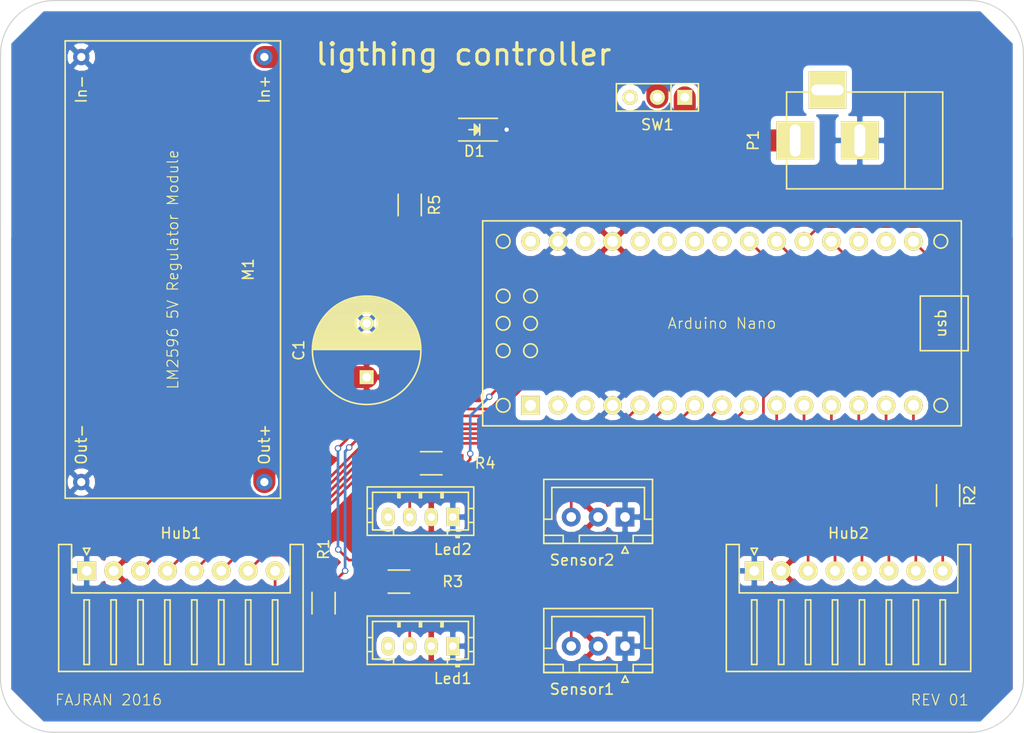
<source format=kicad_pcb>
(kicad_pcb (version 4) (host pcbnew 4.0.3+e1-6302~38~ubuntu15.04.1-stable)

  (general
    (links 44)
    (no_connects 0)
    (area 29.949999 29.949999 125.050001 98.050001)
    (thickness 1.6)
    (drawings 16)
    (tracks 155)
    (zones 0)
    (modules 17)
    (nets 39)
  )

  (page A4)
  (layers
    (0 F.Cu signal)
    (31 B.Cu signal)
    (32 B.Adhes user)
    (33 F.Adhes user)
    (34 B.Paste user)
    (35 F.Paste user)
    (36 B.SilkS user)
    (37 F.SilkS user)
    (38 B.Mask user)
    (39 F.Mask user)
    (40 Dwgs.User user)
    (41 Cmts.User user)
    (42 Eco1.User user hide)
    (43 Eco2.User user)
    (44 Edge.Cuts user)
    (45 Margin user)
    (46 B.CrtYd user)
    (47 F.CrtYd user)
    (48 B.Fab user)
    (49 F.Fab user)
  )

  (setup
    (last_trace_width 0.25)
    (trace_clearance 0.2)
    (zone_clearance 0.508)
    (zone_45_only yes)
    (trace_min 0.2)
    (segment_width 0.2)
    (edge_width 0.1)
    (via_size 0.6)
    (via_drill 0.4)
    (via_min_size 0.4)
    (via_min_drill 0.3)
    (uvia_size 0.3)
    (uvia_drill 0.1)
    (uvias_allowed no)
    (uvia_min_size 0.2)
    (uvia_min_drill 0.1)
    (pcb_text_width 0.3)
    (pcb_text_size 1.5 1.5)
    (mod_edge_width 0.15)
    (mod_text_size 1 1)
    (mod_text_width 0.15)
    (pad_size 3.2 3.2)
    (pad_drill 3.2)
    (pad_to_mask_clearance 0)
    (aux_axis_origin 0 0)
    (visible_elements FFFFFF7F)
    (pcbplotparams
      (layerselection 0x010f0_80000001)
      (usegerberextensions false)
      (excludeedgelayer true)
      (linewidth 0.100000)
      (plotframeref false)
      (viasonmask false)
      (mode 1)
      (useauxorigin false)
      (hpglpennumber 1)
      (hpglpenspeed 20)
      (hpglpendiameter 15)
      (hpglpenoverlay 2)
      (psnegative false)
      (psa4output false)
      (plotreference true)
      (plotvalue true)
      (plotinvisibletext false)
      (padsonsilk false)
      (subtractmaskfromsilk false)
      (outputformat 1)
      (mirror false)
      (drillshape 0)
      (scaleselection 1)
      (outputdirectory gerber))
  )

  (net 0 "")
  (net 1 "Net-(Arduino1-Pad1)")
  (net 2 "Net-(Arduino1-Pad2)")
  (net 3 "Net-(Arduino1-Pad3)")
  (net 4 GND)
  (net 5 /In1)
  (net 6 /In2)
  (net 7 /In3)
  (net 8 /In4)
  (net 9 /In5)
  (net 10 /In6)
  (net 11 /In7)
  (net 12 /In8)
  (net 13 /In9)
  (net 14 /In10)
  (net 15 /In11)
  (net 16 /In12)
  (net 17 "Net-(Arduino1-Pad17)")
  (net 18 "Net-(Arduino1-Pad18)")
  (net 19 /Out1)
  (net 20 /Out2)
  (net 21 /Out3)
  (net 22 /Out4)
  (net 23 "Net-(Arduino1-Pad23)")
  (net 24 "Net-(Arduino1-Pad24)")
  (net 25 "Net-(Arduino1-Pad25)")
  (net 26 "Net-(Arduino1-Pad26)")
  (net 27 +5V)
  (net 28 "Net-(Arduino1-Pad28)")
  (net 29 "Net-(Arduino1-Pad30)")
  (net 30 "Net-(D1-Pad2)")
  (net 31 "Net-(Hub1-Pad8)")
  (net 32 "Net-(Hub2-Pad8)")
  (net 33 "Net-(Led1-Pad3)")
  (net 34 "Net-(Led1-Pad4)")
  (net 35 "Net-(Led2-Pad3)")
  (net 36 "Net-(Led2-Pad4)")
  (net 37 VCC)
  (net 38 /Vin)

  (net_class Default "This is the default net class."
    (clearance 0.2)
    (trace_width 0.25)
    (via_dia 0.6)
    (via_drill 0.4)
    (uvia_dia 0.3)
    (uvia_drill 0.1)
    (add_net /In1)
    (add_net /In10)
    (add_net /In11)
    (add_net /In12)
    (add_net /In2)
    (add_net /In3)
    (add_net /In4)
    (add_net /In5)
    (add_net /In6)
    (add_net /In7)
    (add_net /In8)
    (add_net /In9)
    (add_net /Out1)
    (add_net /Out2)
    (add_net /Out3)
    (add_net /Out4)
    (add_net GND)
    (add_net "Net-(Arduino1-Pad1)")
    (add_net "Net-(Arduino1-Pad17)")
    (add_net "Net-(Arduino1-Pad18)")
    (add_net "Net-(Arduino1-Pad2)")
    (add_net "Net-(Arduino1-Pad23)")
    (add_net "Net-(Arduino1-Pad24)")
    (add_net "Net-(Arduino1-Pad25)")
    (add_net "Net-(Arduino1-Pad26)")
    (add_net "Net-(Arduino1-Pad28)")
    (add_net "Net-(Arduino1-Pad3)")
    (add_net "Net-(Arduino1-Pad30)")
    (add_net "Net-(D1-Pad2)")
    (add_net "Net-(Hub1-Pad8)")
    (add_net "Net-(Hub2-Pad8)")
    (add_net "Net-(Led1-Pad3)")
    (add_net "Net-(Led1-Pad4)")
    (add_net "Net-(Led2-Pad3)")
    (add_net "Net-(Led2-Pad4)")
  )

  (net_class VCC ""
    (clearance 0.45)
    (trace_width 2.05)
    (via_dia 0.6)
    (via_drill 0.4)
    (uvia_dia 0.3)
    (uvia_drill 0.1)
    (add_net +5V)
    (add_net /Vin)
    (add_net VCC)
  )

  (module "Arduino:Arduino Nano Shield" (layer F.Cu) (tedit 57E75B8C) (tstamp 57E749E1)
    (at 97 60 90)
    (path /57898145)
    (fp_text reference Arduino1 (at 0 0 180) (layer F.SilkS) hide
      (effects (font (size 1 1) (thickness 0.15)))
    )
    (fp_text value "Arduino Nano" (at 0 0 180) (layer F.SilkS)
      (effects (font (size 1 1) (thickness 0.1)))
    )
    (fp_line (start -9.525 -22.225) (end 9.525 -22.225) (layer F.SilkS) (width 0.15))
    (fp_line (start 9.525 -22.225) (end 9.525 22.225) (layer F.SilkS) (width 0.15))
    (fp_line (start 9.525 22.225) (end -9.525 22.225) (layer F.SilkS) (width 0.15))
    (fp_line (start -9.525 22.225) (end -9.525 -22.225) (layer F.SilkS) (width 0.15))
    (fp_circle (center -7.62 20.32) (end -6.985 20.32) (layer F.SilkS) (width 0.15))
    (fp_circle (center 7.62 20.32) (end 8.255 20.32) (layer F.SilkS) (width 0.15))
    (fp_circle (center -7.62 -20.32) (end -6.985 -20.32) (layer F.SilkS) (width 0.15))
    (fp_circle (center 7.62 -20.32) (end 8.255 -20.32) (layer F.SilkS) (width 0.15))
    (fp_circle (center -2.54 -20.32) (end -1.905 -20.32) (layer F.SilkS) (width 0.15))
    (fp_circle (center -2.54 -17.78) (end -1.905 -17.78) (layer F.SilkS) (width 0.15))
    (fp_circle (center 2.54 -17.78) (end 3.175 -17.78) (layer F.SilkS) (width 0.15))
    (fp_circle (center 2.54 -20.32) (end 3.175 -20.32) (layer F.SilkS) (width 0.15))
    (fp_circle (center 0 -20.32) (end 0.635 -20.32) (layer F.SilkS) (width 0.15))
    (fp_circle (center 0 -17.78) (end 0.635 -17.78) (layer F.SilkS) (width 0.15))
    (fp_line (start 2.54 18.415) (end -2.54 18.415) (layer F.SilkS) (width 0.15))
    (fp_line (start -2.54 22.86) (end 2.54 22.86) (layer F.SilkS) (width 0.15))
    (fp_line (start -2.54 22.86) (end -2.54 18.415) (layer F.SilkS) (width 0.15))
    (fp_line (start 2.54 18.415) (end 2.54 22.86) (layer F.SilkS) (width 0.15))
    (fp_text user usb (at 0 20.32 90) (layer F.SilkS)
      (effects (font (size 1 1) (thickness 0.15)))
    )
    (pad 1 thru_hole rect (at -7.62 -17.78 90) (size 1.7272 1.7272) (drill 1.016) (layers *.Cu *.Mask F.SilkS)
      (net 1 "Net-(Arduino1-Pad1)"))
    (pad 2 thru_hole circle (at -7.62 -15.24 90) (size 1.7272 1.7272) (drill 1.016) (layers *.Cu *.Mask F.SilkS)
      (net 2 "Net-(Arduino1-Pad2)"))
    (pad 3 thru_hole circle (at -7.62 -12.7 90) (size 1.7272 1.7272) (drill 1.016) (layers *.Cu *.Mask F.SilkS)
      (net 3 "Net-(Arduino1-Pad3)"))
    (pad 4 thru_hole circle (at -7.62 -10.16 90) (size 1.7272 1.7272) (drill 1.016) (layers *.Cu *.Mask F.SilkS)
      (net 4 GND))
    (pad 5 thru_hole circle (at -7.62 -7.62 90) (size 1.7272 1.7272) (drill 1.016) (layers *.Cu *.Mask F.SilkS)
      (net 5 /In1))
    (pad 6 thru_hole circle (at -7.62 -5.08 90) (size 1.7272 1.7272) (drill 1.016) (layers *.Cu *.Mask F.SilkS)
      (net 6 /In2))
    (pad 7 thru_hole circle (at -7.62 -2.54 90) (size 1.7272 1.7272) (drill 1.016) (layers *.Cu *.Mask F.SilkS)
      (net 7 /In3))
    (pad 8 thru_hole circle (at -7.62 0 90) (size 1.7272 1.7272) (drill 1.016) (layers *.Cu *.Mask F.SilkS)
      (net 8 /In4))
    (pad 9 thru_hole circle (at -7.62 2.54 90) (size 1.7272 1.7272) (drill 1.016) (layers *.Cu *.Mask F.SilkS)
      (net 9 /In5))
    (pad 10 thru_hole circle (at -7.62 5.08 90) (size 1.7272 1.7272) (drill 1.016) (layers *.Cu *.Mask F.SilkS)
      (net 10 /In6))
    (pad 11 thru_hole circle (at -7.62 7.62 90) (size 1.7272 1.7272) (drill 1.016) (layers *.Cu *.Mask F.SilkS)
      (net 11 /In7))
    (pad 12 thru_hole circle (at -7.62 10.16 90) (size 1.7272 1.7272) (drill 1.016) (layers *.Cu *.Mask F.SilkS)
      (net 12 /In8))
    (pad 13 thru_hole circle (at -7.62 12.7 90) (size 1.7272 1.7272) (drill 1.016) (layers *.Cu *.Mask F.SilkS)
      (net 13 /In9))
    (pad 14 thru_hole circle (at -7.62 15.24 90) (size 1.7272 1.7272) (drill 1.016) (layers *.Cu *.Mask F.SilkS)
      (net 14 /In10))
    (pad 15 thru_hole circle (at -7.62 17.78 90) (size 1.7272 1.7272) (drill 1.016) (layers *.Cu *.Mask F.SilkS)
      (net 15 /In11))
    (pad 16 thru_hole circle (at 7.62 17.78 90) (size 1.7272 1.7272) (drill 1.016) (layers *.Cu *.Mask F.SilkS)
      (net 16 /In12))
    (pad 17 thru_hole circle (at 7.62 15.24 90) (size 1.7272 1.7272) (drill 1.016) (layers *.Cu *.Mask F.SilkS)
      (net 17 "Net-(Arduino1-Pad17)"))
    (pad 18 thru_hole circle (at 7.62 12.7 90) (size 1.7272 1.7272) (drill 1.016) (layers *.Cu *.Mask F.SilkS)
      (net 18 "Net-(Arduino1-Pad18)"))
    (pad 19 thru_hole circle (at 7.62 10.16 90) (size 1.7272 1.7272) (drill 1.016) (layers *.Cu *.Mask F.SilkS)
      (net 19 /Out1))
    (pad 20 thru_hole circle (at 7.62 7.62 90) (size 1.7272 1.7272) (drill 1.016) (layers *.Cu *.Mask F.SilkS)
      (net 20 /Out2))
    (pad 21 thru_hole circle (at 7.62 5.08 90) (size 1.7272 1.7272) (drill 1.016) (layers *.Cu *.Mask F.SilkS)
      (net 21 /Out3))
    (pad 22 thru_hole circle (at 7.62 2.54 90) (size 1.7272 1.7272) (drill 1.016) (layers *.Cu *.Mask F.SilkS)
      (net 22 /Out4))
    (pad 23 thru_hole circle (at 7.62 0 90) (size 1.7272 1.7272) (drill 1.016) (layers *.Cu *.Mask F.SilkS)
      (net 23 "Net-(Arduino1-Pad23)"))
    (pad 24 thru_hole circle (at 7.62 -2.54 90) (size 1.7272 1.7272) (drill 1.016) (layers *.Cu *.Mask F.SilkS)
      (net 24 "Net-(Arduino1-Pad24)"))
    (pad 25 thru_hole circle (at 7.62 -5.08 90) (size 1.7272 1.7272) (drill 1.016) (layers *.Cu *.Mask F.SilkS)
      (net 25 "Net-(Arduino1-Pad25)"))
    (pad 26 thru_hole circle (at 7.62 -7.62 90) (size 1.7272 1.7272) (drill 1.016) (layers *.Cu *.Mask F.SilkS)
      (net 26 "Net-(Arduino1-Pad26)"))
    (pad 27 thru_hole circle (at 7.62 -10.16 90) (size 1.7272 1.7272) (drill 1.016) (layers *.Cu *.Mask F.SilkS)
      (net 27 +5V))
    (pad 28 thru_hole circle (at 7.62 -12.7 90) (size 1.7272 1.7272) (drill 1.016) (layers *.Cu *.Mask F.SilkS)
      (net 28 "Net-(Arduino1-Pad28)"))
    (pad 29 thru_hole circle (at 7.62 -15.24 90) (size 1.7272 1.7272) (drill 1.016) (layers *.Cu *.Mask F.SilkS)
      (net 4 GND))
    (pad 30 thru_hole circle (at 7.62 -17.78 90) (size 1.7272 1.7272) (drill 1.016) (layers *.Cu *.Mask F.SilkS)
      (net 29 "Net-(Arduino1-Pad30)"))
  )

  (module Capacitors_ThroughHole:C_Radial_D10_L20_P5 (layer F.Cu) (tedit 0) (tstamp 57E74A1C)
    (at 64 65 90)
    (descr "Radial Electrolytic Capacitor Diameter 10mm x Length 20mm, Pitch 5mm")
    (tags "Electrolytic Capacitor")
    (path /57AEDBE0)
    (fp_text reference C1 (at 2.5 -6.3 90) (layer F.SilkS)
      (effects (font (size 1 1) (thickness 0.15)))
    )
    (fp_text value CP (at 2.5 6.3 90) (layer F.Fab)
      (effects (font (size 1 1) (thickness 0.15)))
    )
    (fp_line (start 2.575 -4.999) (end 2.575 4.999) (layer F.SilkS) (width 0.15))
    (fp_line (start 2.715 -4.995) (end 2.715 4.995) (layer F.SilkS) (width 0.15))
    (fp_line (start 2.855 -4.987) (end 2.855 4.987) (layer F.SilkS) (width 0.15))
    (fp_line (start 2.995 -4.975) (end 2.995 4.975) (layer F.SilkS) (width 0.15))
    (fp_line (start 3.135 -4.96) (end 3.135 4.96) (layer F.SilkS) (width 0.15))
    (fp_line (start 3.275 -4.94) (end 3.275 4.94) (layer F.SilkS) (width 0.15))
    (fp_line (start 3.415 -4.916) (end 3.415 4.916) (layer F.SilkS) (width 0.15))
    (fp_line (start 3.555 -4.887) (end 3.555 4.887) (layer F.SilkS) (width 0.15))
    (fp_line (start 3.695 -4.855) (end 3.695 4.855) (layer F.SilkS) (width 0.15))
    (fp_line (start 3.835 -4.818) (end 3.835 4.818) (layer F.SilkS) (width 0.15))
    (fp_line (start 3.975 -4.777) (end 3.975 4.777) (layer F.SilkS) (width 0.15))
    (fp_line (start 4.115 -4.732) (end 4.115 -0.466) (layer F.SilkS) (width 0.15))
    (fp_line (start 4.115 0.466) (end 4.115 4.732) (layer F.SilkS) (width 0.15))
    (fp_line (start 4.255 -4.682) (end 4.255 -0.667) (layer F.SilkS) (width 0.15))
    (fp_line (start 4.255 0.667) (end 4.255 4.682) (layer F.SilkS) (width 0.15))
    (fp_line (start 4.395 -4.627) (end 4.395 -0.796) (layer F.SilkS) (width 0.15))
    (fp_line (start 4.395 0.796) (end 4.395 4.627) (layer F.SilkS) (width 0.15))
    (fp_line (start 4.535 -4.567) (end 4.535 -0.885) (layer F.SilkS) (width 0.15))
    (fp_line (start 4.535 0.885) (end 4.535 4.567) (layer F.SilkS) (width 0.15))
    (fp_line (start 4.675 -4.502) (end 4.675 -0.946) (layer F.SilkS) (width 0.15))
    (fp_line (start 4.675 0.946) (end 4.675 4.502) (layer F.SilkS) (width 0.15))
    (fp_line (start 4.815 -4.432) (end 4.815 -0.983) (layer F.SilkS) (width 0.15))
    (fp_line (start 4.815 0.983) (end 4.815 4.432) (layer F.SilkS) (width 0.15))
    (fp_line (start 4.955 -4.356) (end 4.955 -0.999) (layer F.SilkS) (width 0.15))
    (fp_line (start 4.955 0.999) (end 4.955 4.356) (layer F.SilkS) (width 0.15))
    (fp_line (start 5.095 -4.274) (end 5.095 -0.995) (layer F.SilkS) (width 0.15))
    (fp_line (start 5.095 0.995) (end 5.095 4.274) (layer F.SilkS) (width 0.15))
    (fp_line (start 5.235 -4.186) (end 5.235 -0.972) (layer F.SilkS) (width 0.15))
    (fp_line (start 5.235 0.972) (end 5.235 4.186) (layer F.SilkS) (width 0.15))
    (fp_line (start 5.375 -4.091) (end 5.375 -0.927) (layer F.SilkS) (width 0.15))
    (fp_line (start 5.375 0.927) (end 5.375 4.091) (layer F.SilkS) (width 0.15))
    (fp_line (start 5.515 -3.989) (end 5.515 -0.857) (layer F.SilkS) (width 0.15))
    (fp_line (start 5.515 0.857) (end 5.515 3.989) (layer F.SilkS) (width 0.15))
    (fp_line (start 5.655 -3.879) (end 5.655 -0.756) (layer F.SilkS) (width 0.15))
    (fp_line (start 5.655 0.756) (end 5.655 3.879) (layer F.SilkS) (width 0.15))
    (fp_line (start 5.795 -3.761) (end 5.795 -0.607) (layer F.SilkS) (width 0.15))
    (fp_line (start 5.795 0.607) (end 5.795 3.761) (layer F.SilkS) (width 0.15))
    (fp_line (start 5.935 -3.633) (end 5.935 -0.355) (layer F.SilkS) (width 0.15))
    (fp_line (start 5.935 0.355) (end 5.935 3.633) (layer F.SilkS) (width 0.15))
    (fp_line (start 6.075 -3.496) (end 6.075 3.496) (layer F.SilkS) (width 0.15))
    (fp_line (start 6.215 -3.346) (end 6.215 3.346) (layer F.SilkS) (width 0.15))
    (fp_line (start 6.355 -3.184) (end 6.355 3.184) (layer F.SilkS) (width 0.15))
    (fp_line (start 6.495 -3.007) (end 6.495 3.007) (layer F.SilkS) (width 0.15))
    (fp_line (start 6.635 -2.811) (end 6.635 2.811) (layer F.SilkS) (width 0.15))
    (fp_line (start 6.775 -2.593) (end 6.775 2.593) (layer F.SilkS) (width 0.15))
    (fp_line (start 6.915 -2.347) (end 6.915 2.347) (layer F.SilkS) (width 0.15))
    (fp_line (start 7.055 -2.062) (end 7.055 2.062) (layer F.SilkS) (width 0.15))
    (fp_line (start 7.195 -1.72) (end 7.195 1.72) (layer F.SilkS) (width 0.15))
    (fp_line (start 7.335 -1.274) (end 7.335 1.274) (layer F.SilkS) (width 0.15))
    (fp_line (start 7.475 -0.499) (end 7.475 0.499) (layer F.SilkS) (width 0.15))
    (fp_circle (center 5 0) (end 5 -1) (layer F.SilkS) (width 0.15))
    (fp_circle (center 2.5 0) (end 2.5 -5.0375) (layer F.SilkS) (width 0.15))
    (fp_circle (center 2.5 0) (end 2.5 -5.3) (layer F.CrtYd) (width 0.05))
    (pad 1 thru_hole rect (at 0 0 90) (size 1.3 1.3) (drill 0.8) (layers *.Cu *.Mask F.SilkS)
      (net 27 +5V))
    (pad 2 thru_hole circle (at 5 0 90) (size 1.3 1.3) (drill 0.8) (layers *.Cu *.Mask F.SilkS)
      (net 4 GND))
    (model Capacitors_ThroughHole.3dshapes/C_Radial_D10_L20_P5.wrl
      (at (xyz 0 0 0))
      (scale (xyz 1 1 1))
      (rotate (xyz 0 0 0))
    )
  )

  (module LEDs:LED_1206 (layer F.Cu) (tedit 57ABE035) (tstamp 57E74A3A)
    (at 74 42 180)
    (descr "LED 1206 smd package")
    (tags "LED1206 SMD")
    (path /57D5D708)
    (attr smd)
    (fp_text reference D1 (at 0 -2 180) (layer F.SilkS)
      (effects (font (size 1 1) (thickness 0.15)))
    )
    (fp_text value LED (at 0 2 180) (layer F.Fab)
      (effects (font (size 1 1) (thickness 0.15)))
    )
    (fp_line (start -0.5 -0.5) (end -0.5 0.5) (layer F.Fab) (width 0.15))
    (fp_line (start -0.5 0) (end 0 -0.5) (layer F.Fab) (width 0.15))
    (fp_line (start 0 0.5) (end -0.5 0) (layer F.Fab) (width 0.15))
    (fp_line (start 0 -0.5) (end 0 0.5) (layer F.Fab) (width 0.15))
    (fp_line (start -1.6 0.8) (end -1.6 -0.8) (layer F.Fab) (width 0.15))
    (fp_line (start 1.6 0.8) (end -1.6 0.8) (layer F.Fab) (width 0.15))
    (fp_line (start 1.6 -0.8) (end 1.6 0.8) (layer F.Fab) (width 0.15))
    (fp_line (start -1.6 -0.8) (end 1.6 -0.8) (layer F.Fab) (width 0.15))
    (fp_line (start -2.15 1.05) (end 1.45 1.05) (layer F.SilkS) (width 0.15))
    (fp_line (start -2.15 -1.05) (end 1.45 -1.05) (layer F.SilkS) (width 0.15))
    (fp_line (start -0.1 -0.3) (end -0.1 0.3) (layer F.SilkS) (width 0.15))
    (fp_line (start -0.1 0.3) (end -0.4 0) (layer F.SilkS) (width 0.15))
    (fp_line (start -0.4 0) (end -0.2 -0.2) (layer F.SilkS) (width 0.15))
    (fp_line (start -0.2 -0.2) (end -0.2 0.05) (layer F.SilkS) (width 0.15))
    (fp_line (start -0.2 0.05) (end -0.25 0) (layer F.SilkS) (width 0.15))
    (fp_line (start -0.5 -0.5) (end -0.5 0.5) (layer F.SilkS) (width 0.15))
    (fp_line (start 0 0) (end 0.5 0) (layer F.SilkS) (width 0.15))
    (fp_line (start -0.5 0) (end 0 -0.5) (layer F.SilkS) (width 0.15))
    (fp_line (start 0 -0.5) (end 0 0.5) (layer F.SilkS) (width 0.15))
    (fp_line (start 0 0.5) (end -0.5 0) (layer F.SilkS) (width 0.15))
    (fp_line (start 2.5 -1.25) (end -2.5 -1.25) (layer F.CrtYd) (width 0.05))
    (fp_line (start -2.5 -1.25) (end -2.5 1.25) (layer F.CrtYd) (width 0.05))
    (fp_line (start -2.5 1.25) (end 2.5 1.25) (layer F.CrtYd) (width 0.05))
    (fp_line (start 2.5 1.25) (end 2.5 -1.25) (layer F.CrtYd) (width 0.05))
    (pad 2 smd rect (at 1.41986 0) (size 1.59766 1.80086) (layers F.Cu F.Paste F.Mask)
      (net 30 "Net-(D1-Pad2)"))
    (pad 1 smd rect (at -1.41986 0) (size 1.59766 1.80086) (layers F.Cu F.Paste F.Mask)
      (net 4 GND))
    (model LEDs.3dshapes/LED_1206.wrl
      (at (xyz 0 0 0))
      (scale (xyz 1 1 1))
      (rotate (xyz 0 0 180))
    )
  )

  (module Connectors_JST:JST_XH_S08B-XH-A_08x2.50mm_Angled (layer F.Cu) (tedit 56F07245) (tstamp 57E74A77)
    (at 38 83)
    (descr "JST XH series connector, S08B-XH-A, side entry type, through hole")
    (tags "connector jst xh tht side horizontal angled 2.50mm")
    (path /57AED1D7)
    (fp_text reference Hub1 (at 8.75 -3.5) (layer F.SilkS)
      (effects (font (size 1 1) (thickness 0.15)))
    )
    (fp_text value "Cabinet Hub" (at 8.75 10.3) (layer F.Fab)
      (effects (font (size 1 1) (thickness 0.15)))
    )
    (fp_line (start -2.95 -2.8) (end -2.95 9.7) (layer F.CrtYd) (width 0.05))
    (fp_line (start -2.95 9.7) (end 20.45 9.7) (layer F.CrtYd) (width 0.05))
    (fp_line (start 20.45 9.7) (end 20.45 -2.8) (layer F.CrtYd) (width 0.05))
    (fp_line (start 20.45 -2.8) (end -2.95 -2.8) (layer F.CrtYd) (width 0.05))
    (fp_line (start 8.75 9.35) (end -2.6 9.35) (layer F.SilkS) (width 0.15))
    (fp_line (start -2.6 9.35) (end -2.6 -2.45) (layer F.SilkS) (width 0.15))
    (fp_line (start -2.6 -2.45) (end -1.4 -2.45) (layer F.SilkS) (width 0.15))
    (fp_line (start -1.4 -2.45) (end -1.4 2.05) (layer F.SilkS) (width 0.15))
    (fp_line (start -1.4 2.05) (end 8.75 2.05) (layer F.SilkS) (width 0.15))
    (fp_line (start 8.75 9.35) (end 20.1 9.35) (layer F.SilkS) (width 0.15))
    (fp_line (start 20.1 9.35) (end 20.1 -2.45) (layer F.SilkS) (width 0.15))
    (fp_line (start 20.1 -2.45) (end 18.9 -2.45) (layer F.SilkS) (width 0.15))
    (fp_line (start 18.9 -2.45) (end 18.9 2.05) (layer F.SilkS) (width 0.15))
    (fp_line (start 18.9 2.05) (end 8.75 2.05) (layer F.SilkS) (width 0.15))
    (fp_line (start -0.25 2.7) (end -0.25 8.7) (layer F.SilkS) (width 0.15))
    (fp_line (start -0.25 8.7) (end 0.25 8.7) (layer F.SilkS) (width 0.15))
    (fp_line (start 0.25 8.7) (end 0.25 2.7) (layer F.SilkS) (width 0.15))
    (fp_line (start 0.25 2.7) (end -0.25 2.7) (layer F.SilkS) (width 0.15))
    (fp_line (start 2.25 2.7) (end 2.25 8.7) (layer F.SilkS) (width 0.15))
    (fp_line (start 2.25 8.7) (end 2.75 8.7) (layer F.SilkS) (width 0.15))
    (fp_line (start 2.75 8.7) (end 2.75 2.7) (layer F.SilkS) (width 0.15))
    (fp_line (start 2.75 2.7) (end 2.25 2.7) (layer F.SilkS) (width 0.15))
    (fp_line (start 4.75 2.7) (end 4.75 8.7) (layer F.SilkS) (width 0.15))
    (fp_line (start 4.75 8.7) (end 5.25 8.7) (layer F.SilkS) (width 0.15))
    (fp_line (start 5.25 8.7) (end 5.25 2.7) (layer F.SilkS) (width 0.15))
    (fp_line (start 5.25 2.7) (end 4.75 2.7) (layer F.SilkS) (width 0.15))
    (fp_line (start 7.25 2.7) (end 7.25 8.7) (layer F.SilkS) (width 0.15))
    (fp_line (start 7.25 8.7) (end 7.75 8.7) (layer F.SilkS) (width 0.15))
    (fp_line (start 7.75 8.7) (end 7.75 2.7) (layer F.SilkS) (width 0.15))
    (fp_line (start 7.75 2.7) (end 7.25 2.7) (layer F.SilkS) (width 0.15))
    (fp_line (start 9.75 2.7) (end 9.75 8.7) (layer F.SilkS) (width 0.15))
    (fp_line (start 9.75 8.7) (end 10.25 8.7) (layer F.SilkS) (width 0.15))
    (fp_line (start 10.25 8.7) (end 10.25 2.7) (layer F.SilkS) (width 0.15))
    (fp_line (start 10.25 2.7) (end 9.75 2.7) (layer F.SilkS) (width 0.15))
    (fp_line (start 12.25 2.7) (end 12.25 8.7) (layer F.SilkS) (width 0.15))
    (fp_line (start 12.25 8.7) (end 12.75 8.7) (layer F.SilkS) (width 0.15))
    (fp_line (start 12.75 8.7) (end 12.75 2.7) (layer F.SilkS) (width 0.15))
    (fp_line (start 12.75 2.7) (end 12.25 2.7) (layer F.SilkS) (width 0.15))
    (fp_line (start 14.75 2.7) (end 14.75 8.7) (layer F.SilkS) (width 0.15))
    (fp_line (start 14.75 8.7) (end 15.25 8.7) (layer F.SilkS) (width 0.15))
    (fp_line (start 15.25 8.7) (end 15.25 2.7) (layer F.SilkS) (width 0.15))
    (fp_line (start 15.25 2.7) (end 14.75 2.7) (layer F.SilkS) (width 0.15))
    (fp_line (start 17.25 2.7) (end 17.25 8.7) (layer F.SilkS) (width 0.15))
    (fp_line (start 17.25 8.7) (end 17.75 8.7) (layer F.SilkS) (width 0.15))
    (fp_line (start 17.75 8.7) (end 17.75 2.7) (layer F.SilkS) (width 0.15))
    (fp_line (start 17.75 2.7) (end 17.25 2.7) (layer F.SilkS) (width 0.15))
    (fp_line (start 0 -1.5) (end -0.3 -2.1) (layer F.SilkS) (width 0.15))
    (fp_line (start -0.3 -2.1) (end 0.3 -2.1) (layer F.SilkS) (width 0.15))
    (fp_line (start 0.3 -2.1) (end 0 -1.5) (layer F.SilkS) (width 0.15))
    (pad 1 thru_hole rect (at 0 0) (size 1.75 1.75) (drill 0.9) (layers *.Cu *.Mask F.SilkS)
      (net 4 GND))
    (pad 2 thru_hole circle (at 2.5 0) (size 1.75 1.75) (drill 0.9) (layers *.Cu *.Mask F.SilkS)
      (net 27 +5V))
    (pad 3 thru_hole circle (at 5 0) (size 1.75 1.75) (drill 0.9) (layers *.Cu *.Mask F.SilkS)
      (net 5 /In1))
    (pad 4 thru_hole circle (at 7.5 0) (size 1.75 1.75) (drill 0.9) (layers *.Cu *.Mask F.SilkS)
      (net 6 /In2))
    (pad 5 thru_hole circle (at 10 0) (size 1.75 1.75) (drill 0.9) (layers *.Cu *.Mask F.SilkS)
      (net 7 /In3))
    (pad 6 thru_hole circle (at 12.5 0) (size 1.75 1.75) (drill 0.9) (layers *.Cu *.Mask F.SilkS)
      (net 8 /In4))
    (pad 7 thru_hole circle (at 15 0) (size 1.75 1.75) (drill 0.9) (layers *.Cu *.Mask F.SilkS)
      (net 9 /In5))
    (pad 8 thru_hole circle (at 17.5 0) (size 1.75 1.75) (drill 0.9) (layers *.Cu *.Mask F.SilkS)
      (net 31 "Net-(Hub1-Pad8)"))
    (model Connectors_JST.3dshapes/JST_XH_S08B-XH-A_08x2.50mm_Angled.wrl
      (at (xyz 0 0 0))
      (scale (xyz 1 1 1))
      (rotate (xyz 0 0 0))
    )
  )

  (module Connectors_JST:JST_XH_S08B-XH-A_08x2.50mm_Angled (layer F.Cu) (tedit 56F07245) (tstamp 57E74AB4)
    (at 100 83)
    (descr "JST XH series connector, S08B-XH-A, side entry type, through hole")
    (tags "connector jst xh tht side horizontal angled 2.50mm")
    (path /57AED832)
    (fp_text reference Hub2 (at 8.75 -3.5) (layer F.SilkS)
      (effects (font (size 1 1) (thickness 0.15)))
    )
    (fp_text value "Cabinet Hub" (at 8.75 10.3) (layer F.Fab)
      (effects (font (size 1 1) (thickness 0.15)))
    )
    (fp_line (start -2.95 -2.8) (end -2.95 9.7) (layer F.CrtYd) (width 0.05))
    (fp_line (start -2.95 9.7) (end 20.45 9.7) (layer F.CrtYd) (width 0.05))
    (fp_line (start 20.45 9.7) (end 20.45 -2.8) (layer F.CrtYd) (width 0.05))
    (fp_line (start 20.45 -2.8) (end -2.95 -2.8) (layer F.CrtYd) (width 0.05))
    (fp_line (start 8.75 9.35) (end -2.6 9.35) (layer F.SilkS) (width 0.15))
    (fp_line (start -2.6 9.35) (end -2.6 -2.45) (layer F.SilkS) (width 0.15))
    (fp_line (start -2.6 -2.45) (end -1.4 -2.45) (layer F.SilkS) (width 0.15))
    (fp_line (start -1.4 -2.45) (end -1.4 2.05) (layer F.SilkS) (width 0.15))
    (fp_line (start -1.4 2.05) (end 8.75 2.05) (layer F.SilkS) (width 0.15))
    (fp_line (start 8.75 9.35) (end 20.1 9.35) (layer F.SilkS) (width 0.15))
    (fp_line (start 20.1 9.35) (end 20.1 -2.45) (layer F.SilkS) (width 0.15))
    (fp_line (start 20.1 -2.45) (end 18.9 -2.45) (layer F.SilkS) (width 0.15))
    (fp_line (start 18.9 -2.45) (end 18.9 2.05) (layer F.SilkS) (width 0.15))
    (fp_line (start 18.9 2.05) (end 8.75 2.05) (layer F.SilkS) (width 0.15))
    (fp_line (start -0.25 2.7) (end -0.25 8.7) (layer F.SilkS) (width 0.15))
    (fp_line (start -0.25 8.7) (end 0.25 8.7) (layer F.SilkS) (width 0.15))
    (fp_line (start 0.25 8.7) (end 0.25 2.7) (layer F.SilkS) (width 0.15))
    (fp_line (start 0.25 2.7) (end -0.25 2.7) (layer F.SilkS) (width 0.15))
    (fp_line (start 2.25 2.7) (end 2.25 8.7) (layer F.SilkS) (width 0.15))
    (fp_line (start 2.25 8.7) (end 2.75 8.7) (layer F.SilkS) (width 0.15))
    (fp_line (start 2.75 8.7) (end 2.75 2.7) (layer F.SilkS) (width 0.15))
    (fp_line (start 2.75 2.7) (end 2.25 2.7) (layer F.SilkS) (width 0.15))
    (fp_line (start 4.75 2.7) (end 4.75 8.7) (layer F.SilkS) (width 0.15))
    (fp_line (start 4.75 8.7) (end 5.25 8.7) (layer F.SilkS) (width 0.15))
    (fp_line (start 5.25 8.7) (end 5.25 2.7) (layer F.SilkS) (width 0.15))
    (fp_line (start 5.25 2.7) (end 4.75 2.7) (layer F.SilkS) (width 0.15))
    (fp_line (start 7.25 2.7) (end 7.25 8.7) (layer F.SilkS) (width 0.15))
    (fp_line (start 7.25 8.7) (end 7.75 8.7) (layer F.SilkS) (width 0.15))
    (fp_line (start 7.75 8.7) (end 7.75 2.7) (layer F.SilkS) (width 0.15))
    (fp_line (start 7.75 2.7) (end 7.25 2.7) (layer F.SilkS) (width 0.15))
    (fp_line (start 9.75 2.7) (end 9.75 8.7) (layer F.SilkS) (width 0.15))
    (fp_line (start 9.75 8.7) (end 10.25 8.7) (layer F.SilkS) (width 0.15))
    (fp_line (start 10.25 8.7) (end 10.25 2.7) (layer F.SilkS) (width 0.15))
    (fp_line (start 10.25 2.7) (end 9.75 2.7) (layer F.SilkS) (width 0.15))
    (fp_line (start 12.25 2.7) (end 12.25 8.7) (layer F.SilkS) (width 0.15))
    (fp_line (start 12.25 8.7) (end 12.75 8.7) (layer F.SilkS) (width 0.15))
    (fp_line (start 12.75 8.7) (end 12.75 2.7) (layer F.SilkS) (width 0.15))
    (fp_line (start 12.75 2.7) (end 12.25 2.7) (layer F.SilkS) (width 0.15))
    (fp_line (start 14.75 2.7) (end 14.75 8.7) (layer F.SilkS) (width 0.15))
    (fp_line (start 14.75 8.7) (end 15.25 8.7) (layer F.SilkS) (width 0.15))
    (fp_line (start 15.25 8.7) (end 15.25 2.7) (layer F.SilkS) (width 0.15))
    (fp_line (start 15.25 2.7) (end 14.75 2.7) (layer F.SilkS) (width 0.15))
    (fp_line (start 17.25 2.7) (end 17.25 8.7) (layer F.SilkS) (width 0.15))
    (fp_line (start 17.25 8.7) (end 17.75 8.7) (layer F.SilkS) (width 0.15))
    (fp_line (start 17.75 8.7) (end 17.75 2.7) (layer F.SilkS) (width 0.15))
    (fp_line (start 17.75 2.7) (end 17.25 2.7) (layer F.SilkS) (width 0.15))
    (fp_line (start 0 -1.5) (end -0.3 -2.1) (layer F.SilkS) (width 0.15))
    (fp_line (start -0.3 -2.1) (end 0.3 -2.1) (layer F.SilkS) (width 0.15))
    (fp_line (start 0.3 -2.1) (end 0 -1.5) (layer F.SilkS) (width 0.15))
    (pad 1 thru_hole rect (at 0 0) (size 1.75 1.75) (drill 0.9) (layers *.Cu *.Mask F.SilkS)
      (net 4 GND))
    (pad 2 thru_hole circle (at 2.5 0) (size 1.75 1.75) (drill 0.9) (layers *.Cu *.Mask F.SilkS)
      (net 27 +5V))
    (pad 3 thru_hole circle (at 5 0) (size 1.75 1.75) (drill 0.9) (layers *.Cu *.Mask F.SilkS)
      (net 10 /In6))
    (pad 4 thru_hole circle (at 7.5 0) (size 1.75 1.75) (drill 0.9) (layers *.Cu *.Mask F.SilkS)
      (net 11 /In7))
    (pad 5 thru_hole circle (at 10 0) (size 1.75 1.75) (drill 0.9) (layers *.Cu *.Mask F.SilkS)
      (net 12 /In8))
    (pad 6 thru_hole circle (at 12.5 0) (size 1.75 1.75) (drill 0.9) (layers *.Cu *.Mask F.SilkS)
      (net 13 /In9))
    (pad 7 thru_hole circle (at 15 0) (size 1.75 1.75) (drill 0.9) (layers *.Cu *.Mask F.SilkS)
      (net 14 /In10))
    (pad 8 thru_hole circle (at 17.5 0) (size 1.75 1.75) (drill 0.9) (layers *.Cu *.Mask F.SilkS)
      (net 32 "Net-(Hub2-Pad8)"))
    (model Connectors_JST.3dshapes/JST_XH_S08B-XH-A_08x2.50mm_Angled.wrl
      (at (xyz 0 0 0))
      (scale (xyz 1 1 1))
      (rotate (xyz 0 0 0))
    )
  )

  (module Connectors_JST:JST_PH_B4B-PH-K_04x2.00mm_Straight (layer F.Cu) (tedit 56B07786) (tstamp 57E74ADF)
    (at 72 90 180)
    (descr http://www.jst-mfg.com/product/pdf/eng/ePH.pdf)
    (tags "connector jst ph")
    (path /57B60C61)
    (fp_text reference Led1 (at 0 -3 180) (layer F.SilkS)
      (effects (font (size 1 1) (thickness 0.15)))
    )
    (fp_text value Led (at 3 4 180) (layer F.Fab)
      (effects (font (size 1 1) (thickness 0.15)))
    )
    (fp_line (start -1.95 2.8) (end -1.95 -1.7) (layer F.SilkS) (width 0.15))
    (fp_line (start -1.95 -1.7) (end 7.95 -1.7) (layer F.SilkS) (width 0.15))
    (fp_line (start 7.95 -1.7) (end 7.95 2.8) (layer F.SilkS) (width 0.15))
    (fp_line (start 7.95 2.8) (end -1.95 2.8) (layer F.SilkS) (width 0.15))
    (fp_line (start 0.5 -1.7) (end 0.5 -1.2) (layer F.SilkS) (width 0.15))
    (fp_line (start 0.5 -1.2) (end -1.45 -1.2) (layer F.SilkS) (width 0.15))
    (fp_line (start -1.45 -1.2) (end -1.45 2.3) (layer F.SilkS) (width 0.15))
    (fp_line (start -1.45 2.3) (end 7.45 2.3) (layer F.SilkS) (width 0.15))
    (fp_line (start 7.45 2.3) (end 7.45 -1.2) (layer F.SilkS) (width 0.15))
    (fp_line (start 7.45 -1.2) (end 5.5 -1.2) (layer F.SilkS) (width 0.15))
    (fp_line (start 5.5 -1.2) (end 5.5 -1.7) (layer F.SilkS) (width 0.15))
    (fp_line (start -1.95 -0.5) (end -1.45 -0.5) (layer F.SilkS) (width 0.15))
    (fp_line (start -1.95 0.8) (end -1.45 0.8) (layer F.SilkS) (width 0.15))
    (fp_line (start 7.45 -0.5) (end 7.95 -0.5) (layer F.SilkS) (width 0.15))
    (fp_line (start 7.45 0.8) (end 7.95 0.8) (layer F.SilkS) (width 0.15))
    (fp_line (start -0.3 -1.7) (end -0.3 -1.9) (layer F.SilkS) (width 0.15))
    (fp_line (start -0.3 -1.9) (end -0.6 -1.9) (layer F.SilkS) (width 0.15))
    (fp_line (start -0.6 -1.9) (end -0.6 -1.7) (layer F.SilkS) (width 0.15))
    (fp_line (start -0.3 -1.8) (end -0.6 -1.8) (layer F.SilkS) (width 0.15))
    (fp_line (start 0.9 2.3) (end 0.9 1.8) (layer F.SilkS) (width 0.15))
    (fp_line (start 0.9 1.8) (end 1.1 1.8) (layer F.SilkS) (width 0.15))
    (fp_line (start 1.1 1.8) (end 1.1 2.3) (layer F.SilkS) (width 0.15))
    (fp_line (start 1 2.3) (end 1 1.8) (layer F.SilkS) (width 0.15))
    (fp_line (start 2.9 2.3) (end 2.9 1.8) (layer F.SilkS) (width 0.15))
    (fp_line (start 2.9 1.8) (end 3.1 1.8) (layer F.SilkS) (width 0.15))
    (fp_line (start 3.1 1.8) (end 3.1 2.3) (layer F.SilkS) (width 0.15))
    (fp_line (start 3 2.3) (end 3 1.8) (layer F.SilkS) (width 0.15))
    (fp_line (start 4.9 2.3) (end 4.9 1.8) (layer F.SilkS) (width 0.15))
    (fp_line (start 4.9 1.8) (end 5.1 1.8) (layer F.SilkS) (width 0.15))
    (fp_line (start 5.1 1.8) (end 5.1 2.3) (layer F.SilkS) (width 0.15))
    (fp_line (start 5 2.3) (end 5 1.8) (layer F.SilkS) (width 0.15))
    (fp_line (start -2.45 3.3) (end -2.45 -2.2) (layer F.CrtYd) (width 0.05))
    (fp_line (start -2.45 -2.2) (end 8.45 -2.2) (layer F.CrtYd) (width 0.05))
    (fp_line (start 8.45 -2.2) (end 8.45 3.3) (layer F.CrtYd) (width 0.05))
    (fp_line (start 8.45 3.3) (end -2.45 3.3) (layer F.CrtYd) (width 0.05))
    (pad 1 thru_hole rect (at 0 0 180) (size 1.2 1.7) (drill 0.7) (layers *.Cu *.Mask F.SilkS)
      (net 4 GND))
    (pad 2 thru_hole oval (at 2 0 180) (size 1.2 1.7) (drill 0.7) (layers *.Cu *.Mask F.SilkS)
      (net 27 +5V))
    (pad 3 thru_hole oval (at 4 0 180) (size 1.2 1.7) (drill 0.7) (layers *.Cu *.Mask F.SilkS)
      (net 33 "Net-(Led1-Pad3)"))
    (pad 4 thru_hole oval (at 6 0 180) (size 1.2 1.7) (drill 0.7) (layers *.Cu *.Mask F.SilkS)
      (net 34 "Net-(Led1-Pad4)"))
  )

  (module Connectors_JST:JST_PH_B4B-PH-K_04x2.00mm_Straight (layer F.Cu) (tedit 56B07786) (tstamp 57E74B0A)
    (at 72 78 180)
    (descr http://www.jst-mfg.com/product/pdf/eng/ePH.pdf)
    (tags "connector jst ph")
    (path /57B60D0B)
    (fp_text reference Led2 (at 0 -3 180) (layer F.SilkS)
      (effects (font (size 1 1) (thickness 0.15)))
    )
    (fp_text value Led (at 3 4 180) (layer F.Fab)
      (effects (font (size 1 1) (thickness 0.15)))
    )
    (fp_line (start -1.95 2.8) (end -1.95 -1.7) (layer F.SilkS) (width 0.15))
    (fp_line (start -1.95 -1.7) (end 7.95 -1.7) (layer F.SilkS) (width 0.15))
    (fp_line (start 7.95 -1.7) (end 7.95 2.8) (layer F.SilkS) (width 0.15))
    (fp_line (start 7.95 2.8) (end -1.95 2.8) (layer F.SilkS) (width 0.15))
    (fp_line (start 0.5 -1.7) (end 0.5 -1.2) (layer F.SilkS) (width 0.15))
    (fp_line (start 0.5 -1.2) (end -1.45 -1.2) (layer F.SilkS) (width 0.15))
    (fp_line (start -1.45 -1.2) (end -1.45 2.3) (layer F.SilkS) (width 0.15))
    (fp_line (start -1.45 2.3) (end 7.45 2.3) (layer F.SilkS) (width 0.15))
    (fp_line (start 7.45 2.3) (end 7.45 -1.2) (layer F.SilkS) (width 0.15))
    (fp_line (start 7.45 -1.2) (end 5.5 -1.2) (layer F.SilkS) (width 0.15))
    (fp_line (start 5.5 -1.2) (end 5.5 -1.7) (layer F.SilkS) (width 0.15))
    (fp_line (start -1.95 -0.5) (end -1.45 -0.5) (layer F.SilkS) (width 0.15))
    (fp_line (start -1.95 0.8) (end -1.45 0.8) (layer F.SilkS) (width 0.15))
    (fp_line (start 7.45 -0.5) (end 7.95 -0.5) (layer F.SilkS) (width 0.15))
    (fp_line (start 7.45 0.8) (end 7.95 0.8) (layer F.SilkS) (width 0.15))
    (fp_line (start -0.3 -1.7) (end -0.3 -1.9) (layer F.SilkS) (width 0.15))
    (fp_line (start -0.3 -1.9) (end -0.6 -1.9) (layer F.SilkS) (width 0.15))
    (fp_line (start -0.6 -1.9) (end -0.6 -1.7) (layer F.SilkS) (width 0.15))
    (fp_line (start -0.3 -1.8) (end -0.6 -1.8) (layer F.SilkS) (width 0.15))
    (fp_line (start 0.9 2.3) (end 0.9 1.8) (layer F.SilkS) (width 0.15))
    (fp_line (start 0.9 1.8) (end 1.1 1.8) (layer F.SilkS) (width 0.15))
    (fp_line (start 1.1 1.8) (end 1.1 2.3) (layer F.SilkS) (width 0.15))
    (fp_line (start 1 2.3) (end 1 1.8) (layer F.SilkS) (width 0.15))
    (fp_line (start 2.9 2.3) (end 2.9 1.8) (layer F.SilkS) (width 0.15))
    (fp_line (start 2.9 1.8) (end 3.1 1.8) (layer F.SilkS) (width 0.15))
    (fp_line (start 3.1 1.8) (end 3.1 2.3) (layer F.SilkS) (width 0.15))
    (fp_line (start 3 2.3) (end 3 1.8) (layer F.SilkS) (width 0.15))
    (fp_line (start 4.9 2.3) (end 4.9 1.8) (layer F.SilkS) (width 0.15))
    (fp_line (start 4.9 1.8) (end 5.1 1.8) (layer F.SilkS) (width 0.15))
    (fp_line (start 5.1 1.8) (end 5.1 2.3) (layer F.SilkS) (width 0.15))
    (fp_line (start 5 2.3) (end 5 1.8) (layer F.SilkS) (width 0.15))
    (fp_line (start -2.45 3.3) (end -2.45 -2.2) (layer F.CrtYd) (width 0.05))
    (fp_line (start -2.45 -2.2) (end 8.45 -2.2) (layer F.CrtYd) (width 0.05))
    (fp_line (start 8.45 -2.2) (end 8.45 3.3) (layer F.CrtYd) (width 0.05))
    (fp_line (start 8.45 3.3) (end -2.45 3.3) (layer F.CrtYd) (width 0.05))
    (pad 1 thru_hole rect (at 0 0 180) (size 1.2 1.7) (drill 0.7) (layers *.Cu *.Mask F.SilkS)
      (net 4 GND))
    (pad 2 thru_hole oval (at 2 0 180) (size 1.2 1.7) (drill 0.7) (layers *.Cu *.Mask F.SilkS)
      (net 27 +5V))
    (pad 3 thru_hole oval (at 4 0 180) (size 1.2 1.7) (drill 0.7) (layers *.Cu *.Mask F.SilkS)
      (net 35 "Net-(Led2-Pad3)"))
    (pad 4 thru_hole oval (at 6 0 180) (size 1.2 1.7) (drill 0.7) (layers *.Cu *.Mask F.SilkS)
      (net 36 "Net-(Led2-Pad4)"))
  )

  (module Module:LM2596_Module (layer F.Cu) (tedit 57CBAE4F) (tstamp 57E74B1A)
    (at 46 55 270)
    (path /57CBBE2F)
    (fp_text reference M1 (at 0 -7 270) (layer F.SilkS)
      (effects (font (size 1 1) (thickness 0.15)))
    )
    (fp_text value LM2596_Module (at 0 7 270) (layer F.Fab)
      (effects (font (size 1 1) (thickness 0.15)))
    )
    (fp_line (start -21.25 -10) (end -21.25 10) (layer F.SilkS) (width 0.15))
    (fp_line (start -21.25 10) (end 21.25 10) (layer F.SilkS) (width 0.15))
    (fp_line (start 21.25 10) (end 21.25 -10) (layer F.SilkS) (width 0.15))
    (fp_line (start -21.25 -10) (end 21.25 -10) (layer F.SilkS) (width 0.15))
    (fp_text user Out- (at 16.25 8.5 270) (layer F.SilkS)
      (effects (font (size 1 1) (thickness 0.15)))
    )
    (fp_text user Out+ (at 16.25 -8.5 270) (layer F.SilkS)
      (effects (font (size 1 1) (thickness 0.15)))
    )
    (fp_text user In- (at -16.75 8.5 270) (layer F.SilkS)
      (effects (font (size 1 1) (thickness 0.15)))
    )
    (fp_text user In+ (at -16.75 -8.5 270) (layer F.SilkS)
      (effects (font (size 1 1) (thickness 0.15)))
    )
    (pad 1 thru_hole circle (at -19.75 -8.5 270) (size 1.524 1.524) (drill 0.762) (layers *.Cu *.Mask)
      (net 37 VCC))
    (pad 2 thru_hole circle (at -19.75 8.5 270) (size 1.524 1.524) (drill 0.762) (layers *.Cu *.Mask)
      (net 4 GND))
    (pad 3 thru_hole circle (at 19.75 -8.5 270) (size 1.524 1.524) (drill 0.762) (layers *.Cu *.Mask)
      (net 27 +5V))
    (pad 4 thru_hole circle (at 19.75 8.5 270) (size 1.524 1.524) (drill 0.762) (layers *.Cu *.Mask)
      (net 4 GND))
  )

  (module Connect:BARREL_JACK (layer F.Cu) (tedit 0) (tstamp 57E74B26)
    (at 110 43 180)
    (descr "DC Barrel Jack")
    (tags "Power Jack")
    (path /5789821A)
    (fp_text reference P1 (at 10.09904 0 270) (layer F.SilkS)
      (effects (font (size 1 1) (thickness 0.15)))
    )
    (fp_text value Power (at 0 -5.99948 180) (layer F.Fab)
      (effects (font (size 1 1) (thickness 0.15)))
    )
    (fp_line (start -4.0005 -4.50088) (end -4.0005 4.50088) (layer F.SilkS) (width 0.15))
    (fp_line (start -7.50062 -4.50088) (end -7.50062 4.50088) (layer F.SilkS) (width 0.15))
    (fp_line (start -7.50062 4.50088) (end 7.00024 4.50088) (layer F.SilkS) (width 0.15))
    (fp_line (start 7.00024 4.50088) (end 7.00024 -4.50088) (layer F.SilkS) (width 0.15))
    (fp_line (start 7.00024 -4.50088) (end -7.50062 -4.50088) (layer F.SilkS) (width 0.15))
    (pad 1 thru_hole rect (at 6.20014 0 180) (size 3.50012 3.50012) (drill oval 1.00076 2.99974) (layers *.Cu *.Mask F.SilkS)
      (net 38 /Vin))
    (pad 2 thru_hole rect (at 0.20066 0 180) (size 3.50012 3.50012) (drill oval 1.00076 2.99974) (layers *.Cu *.Mask F.SilkS)
      (net 4 GND))
    (pad 3 thru_hole rect (at 3.2004 4.699 180) (size 3.50012 3.50012) (drill oval 2.99974 1.00076) (layers *.Cu *.Mask F.SilkS))
  )

  (module Resistors_SMD:R_1206_HandSoldering (layer F.Cu) (tedit 57E759D3) (tstamp 57E74B32)
    (at 60 86 270)
    (descr "Resistor SMD 1206, hand soldering")
    (tags "resistor 1206")
    (path /57B545F2)
    (attr smd)
    (fp_text reference R1 (at -5 0 270) (layer F.SilkS)
      (effects (font (size 1 1) (thickness 0.15)))
    )
    (fp_text value 470 (at 0 2.3 270) (layer F.Fab)
      (effects (font (size 1 1) (thickness 0.15)))
    )
    (fp_line (start -3.3 -1.2) (end 3.3 -1.2) (layer F.CrtYd) (width 0.05))
    (fp_line (start -3.3 1.2) (end 3.3 1.2) (layer F.CrtYd) (width 0.05))
    (fp_line (start -3.3 -1.2) (end -3.3 1.2) (layer F.CrtYd) (width 0.05))
    (fp_line (start 3.3 -1.2) (end 3.3 1.2) (layer F.CrtYd) (width 0.05))
    (fp_line (start 1 1.075) (end -1 1.075) (layer F.SilkS) (width 0.15))
    (fp_line (start -1 -1.075) (end 1 -1.075) (layer F.SilkS) (width 0.15))
    (pad 1 smd rect (at -2 0 270) (size 2 1.7) (layers F.Cu F.Paste F.Mask)
      (net 19 /Out1))
    (pad 2 smd rect (at 2 0 270) (size 2 1.7) (layers F.Cu F.Paste F.Mask)
      (net 31 "Net-(Hub1-Pad8)"))
    (model Resistors_SMD.3dshapes/R_1206_HandSoldering.wrl
      (at (xyz 0 0 0))
      (scale (xyz 1 1 1))
      (rotate (xyz 0 0 0))
    )
  )

  (module Resistors_SMD:R_1206_HandSoldering (layer F.Cu) (tedit 57E759D8) (tstamp 57E74B3E)
    (at 118 76 270)
    (descr "Resistor SMD 1206, hand soldering")
    (tags "resistor 1206")
    (path /57B549A1)
    (attr smd)
    (fp_text reference R2 (at 0 -2 270) (layer F.SilkS)
      (effects (font (size 1 1) (thickness 0.15)))
    )
    (fp_text value 470 (at 0 2.3 270) (layer F.Fab)
      (effects (font (size 1 1) (thickness 0.15)))
    )
    (fp_line (start -3.3 -1.2) (end 3.3 -1.2) (layer F.CrtYd) (width 0.05))
    (fp_line (start -3.3 1.2) (end 3.3 1.2) (layer F.CrtYd) (width 0.05))
    (fp_line (start -3.3 -1.2) (end -3.3 1.2) (layer F.CrtYd) (width 0.05))
    (fp_line (start 3.3 -1.2) (end 3.3 1.2) (layer F.CrtYd) (width 0.05))
    (fp_line (start 1 1.075) (end -1 1.075) (layer F.SilkS) (width 0.15))
    (fp_line (start -1 -1.075) (end 1 -1.075) (layer F.SilkS) (width 0.15))
    (pad 1 smd rect (at -2 0 270) (size 2 1.7) (layers F.Cu F.Paste F.Mask)
      (net 20 /Out2))
    (pad 2 smd rect (at 2 0 270) (size 2 1.7) (layers F.Cu F.Paste F.Mask)
      (net 32 "Net-(Hub2-Pad8)"))
    (model Resistors_SMD.3dshapes/R_1206_HandSoldering.wrl
      (at (xyz 0 0 0))
      (scale (xyz 1 1 1))
      (rotate (xyz 0 0 0))
    )
  )

  (module Resistors_SMD:R_1206_HandSoldering (layer F.Cu) (tedit 57E759D0) (tstamp 57E74B4A)
    (at 67 84)
    (descr "Resistor SMD 1206, hand soldering")
    (tags "resistor 1206")
    (path /57B54B6B)
    (attr smd)
    (fp_text reference R3 (at 5 0) (layer F.SilkS)
      (effects (font (size 1 1) (thickness 0.15)))
    )
    (fp_text value 470 (at 0 2.3) (layer F.Fab)
      (effects (font (size 1 1) (thickness 0.15)))
    )
    (fp_line (start -3.3 -1.2) (end 3.3 -1.2) (layer F.CrtYd) (width 0.05))
    (fp_line (start -3.3 1.2) (end 3.3 1.2) (layer F.CrtYd) (width 0.05))
    (fp_line (start -3.3 -1.2) (end -3.3 1.2) (layer F.CrtYd) (width 0.05))
    (fp_line (start 3.3 -1.2) (end 3.3 1.2) (layer F.CrtYd) (width 0.05))
    (fp_line (start 1 1.075) (end -1 1.075) (layer F.SilkS) (width 0.15))
    (fp_line (start -1 -1.075) (end 1 -1.075) (layer F.SilkS) (width 0.15))
    (pad 1 smd rect (at -2 0) (size 2 1.7) (layers F.Cu F.Paste F.Mask)
      (net 21 /Out3))
    (pad 2 smd rect (at 2 0) (size 2 1.7) (layers F.Cu F.Paste F.Mask)
      (net 33 "Net-(Led1-Pad3)"))
    (model Resistors_SMD.3dshapes/R_1206_HandSoldering.wrl
      (at (xyz 0 0 0))
      (scale (xyz 1 1 1))
      (rotate (xyz 0 0 0))
    )
  )

  (module Resistors_SMD:R_1206_HandSoldering (layer F.Cu) (tedit 57E759CC) (tstamp 57E74B56)
    (at 70 73 180)
    (descr "Resistor SMD 1206, hand soldering")
    (tags "resistor 1206")
    (path /57B54C6F)
    (attr smd)
    (fp_text reference R4 (at -5 0 180) (layer F.SilkS)
      (effects (font (size 1 1) (thickness 0.15)))
    )
    (fp_text value 470 (at 0 2.3 180) (layer F.Fab)
      (effects (font (size 1 1) (thickness 0.15)))
    )
    (fp_line (start -3.3 -1.2) (end 3.3 -1.2) (layer F.CrtYd) (width 0.05))
    (fp_line (start -3.3 1.2) (end 3.3 1.2) (layer F.CrtYd) (width 0.05))
    (fp_line (start -3.3 -1.2) (end -3.3 1.2) (layer F.CrtYd) (width 0.05))
    (fp_line (start 3.3 -1.2) (end 3.3 1.2) (layer F.CrtYd) (width 0.05))
    (fp_line (start 1 1.075) (end -1 1.075) (layer F.SilkS) (width 0.15))
    (fp_line (start -1 -1.075) (end 1 -1.075) (layer F.SilkS) (width 0.15))
    (pad 1 smd rect (at -2 0 180) (size 2 1.7) (layers F.Cu F.Paste F.Mask)
      (net 22 /Out4))
    (pad 2 smd rect (at 2 0 180) (size 2 1.7) (layers F.Cu F.Paste F.Mask)
      (net 35 "Net-(Led2-Pad3)"))
    (model Resistors_SMD.3dshapes/R_1206_HandSoldering.wrl
      (at (xyz 0 0 0))
      (scale (xyz 1 1 1))
      (rotate (xyz 0 0 0))
    )
  )

  (module Resistors_SMD:R_1206_HandSoldering (layer F.Cu) (tedit 5418A20D) (tstamp 57E74B62)
    (at 68 49 270)
    (descr "Resistor SMD 1206, hand soldering")
    (tags "resistor 1206")
    (path /57D5E01D)
    (attr smd)
    (fp_text reference R5 (at 0 -2.3 270) (layer F.SilkS)
      (effects (font (size 1 1) (thickness 0.15)))
    )
    (fp_text value 150 (at 0 2.3 270) (layer F.Fab)
      (effects (font (size 1 1) (thickness 0.15)))
    )
    (fp_line (start -3.3 -1.2) (end 3.3 -1.2) (layer F.CrtYd) (width 0.05))
    (fp_line (start -3.3 1.2) (end 3.3 1.2) (layer F.CrtYd) (width 0.05))
    (fp_line (start -3.3 -1.2) (end -3.3 1.2) (layer F.CrtYd) (width 0.05))
    (fp_line (start 3.3 -1.2) (end 3.3 1.2) (layer F.CrtYd) (width 0.05))
    (fp_line (start 1 1.075) (end -1 1.075) (layer F.SilkS) (width 0.15))
    (fp_line (start -1 -1.075) (end 1 -1.075) (layer F.SilkS) (width 0.15))
    (pad 1 smd rect (at -2 0 270) (size 2 1.7) (layers F.Cu F.Paste F.Mask)
      (net 30 "Net-(D1-Pad2)"))
    (pad 2 smd rect (at 2 0 270) (size 2 1.7) (layers F.Cu F.Paste F.Mask)
      (net 27 +5V))
    (model Resistors_SMD.3dshapes/R_1206_HandSoldering.wrl
      (at (xyz 0 0 0))
      (scale (xyz 1 1 1))
      (rotate (xyz 0 0 0))
    )
  )

  (module Connectors_JST:JST_XH_B03B-XH-A_03x2.50mm_Straight (layer F.Cu) (tedit 57E759F5) (tstamp 57E74B86)
    (at 88 90 180)
    (descr "JST XH series connector, B03B-XH-A, top entry type, through hole")
    (tags "connector jst xh tht top vertical 2.50mm")
    (path /57B54F72)
    (fp_text reference Sensor1 (at 4 -4 180) (layer F.SilkS)
      (effects (font (size 1 1) (thickness 0.15)))
    )
    (fp_text value Sensor (at 2.5 4.5 180) (layer F.Fab)
      (effects (font (size 1 1) (thickness 0.15)))
    )
    (fp_line (start -2.95 -2.85) (end -2.95 3.9) (layer F.CrtYd) (width 0.05))
    (fp_line (start -2.95 3.9) (end 7.95 3.9) (layer F.CrtYd) (width 0.05))
    (fp_line (start 7.95 3.9) (end 7.95 -2.85) (layer F.CrtYd) (width 0.05))
    (fp_line (start 7.95 -2.85) (end -2.95 -2.85) (layer F.CrtYd) (width 0.05))
    (fp_line (start -2.55 -2.45) (end -2.55 3.5) (layer F.SilkS) (width 0.15))
    (fp_line (start -2.55 3.5) (end 7.55 3.5) (layer F.SilkS) (width 0.15))
    (fp_line (start 7.55 3.5) (end 7.55 -2.45) (layer F.SilkS) (width 0.15))
    (fp_line (start 7.55 -2.45) (end -2.55 -2.45) (layer F.SilkS) (width 0.15))
    (fp_line (start 0.75 -2.45) (end 0.75 -1.7) (layer F.SilkS) (width 0.15))
    (fp_line (start 0.75 -1.7) (end 4.25 -1.7) (layer F.SilkS) (width 0.15))
    (fp_line (start 4.25 -1.7) (end 4.25 -2.45) (layer F.SilkS) (width 0.15))
    (fp_line (start 4.25 -2.45) (end 0.75 -2.45) (layer F.SilkS) (width 0.15))
    (fp_line (start -2.55 -2.45) (end -2.55 -1.7) (layer F.SilkS) (width 0.15))
    (fp_line (start -2.55 -1.7) (end -0.75 -1.7) (layer F.SilkS) (width 0.15))
    (fp_line (start -0.75 -1.7) (end -0.75 -2.45) (layer F.SilkS) (width 0.15))
    (fp_line (start -0.75 -2.45) (end -2.55 -2.45) (layer F.SilkS) (width 0.15))
    (fp_line (start 5.75 -2.45) (end 5.75 -1.7) (layer F.SilkS) (width 0.15))
    (fp_line (start 5.75 -1.7) (end 7.55 -1.7) (layer F.SilkS) (width 0.15))
    (fp_line (start 7.55 -1.7) (end 7.55 -2.45) (layer F.SilkS) (width 0.15))
    (fp_line (start 7.55 -2.45) (end 5.75 -2.45) (layer F.SilkS) (width 0.15))
    (fp_line (start -2.55 -0.2) (end -1.8 -0.2) (layer F.SilkS) (width 0.15))
    (fp_line (start -1.8 -0.2) (end -1.8 2.75) (layer F.SilkS) (width 0.15))
    (fp_line (start -1.8 2.75) (end 2.5 2.75) (layer F.SilkS) (width 0.15))
    (fp_line (start 7.55 -0.2) (end 6.8 -0.2) (layer F.SilkS) (width 0.15))
    (fp_line (start 6.8 -0.2) (end 6.8 2.75) (layer F.SilkS) (width 0.15))
    (fp_line (start 6.8 2.75) (end 2.5 2.75) (layer F.SilkS) (width 0.15))
    (fp_line (start 0 -2.75) (end -0.3 -3.35) (layer F.SilkS) (width 0.15))
    (fp_line (start -0.3 -3.35) (end 0.3 -3.35) (layer F.SilkS) (width 0.15))
    (fp_line (start 0.3 -3.35) (end 0 -2.75) (layer F.SilkS) (width 0.15))
    (pad 1 thru_hole rect (at 0 0 180) (size 1.75 1.75) (drill 0.9) (layers *.Cu *.Mask)
      (net 4 GND))
    (pad 2 thru_hole circle (at 2.5 0 180) (size 1.75 1.75) (drill 0.9) (layers *.Cu *.Mask)
      (net 27 +5V))
    (pad 3 thru_hole circle (at 5 0 180) (size 1.75 1.75) (drill 0.9) (layers *.Cu *.Mask)
      (net 15 /In11))
    (model Connectors_JST.3dshapes/JST_XH_B03B-XH-A_03x2.50mm_Straight.wrl
      (at (xyz 0 0 0))
      (scale (xyz 1 1 1))
      (rotate (xyz 0 0 0))
    )
  )

  (module Connectors_JST:JST_XH_B03B-XH-A_03x2.50mm_Straight (layer F.Cu) (tedit 57E759F7) (tstamp 57E74BAA)
    (at 88 78 180)
    (descr "JST XH series connector, B03B-XH-A, top entry type, through hole")
    (tags "connector jst xh tht top vertical 2.50mm")
    (path /57B5506E)
    (fp_text reference Sensor2 (at 4 -4 180) (layer F.SilkS)
      (effects (font (size 1 1) (thickness 0.15)))
    )
    (fp_text value Sensor (at 2.5 4.5 180) (layer F.Fab)
      (effects (font (size 1 1) (thickness 0.15)))
    )
    (fp_line (start -2.95 -2.85) (end -2.95 3.9) (layer F.CrtYd) (width 0.05))
    (fp_line (start -2.95 3.9) (end 7.95 3.9) (layer F.CrtYd) (width 0.05))
    (fp_line (start 7.95 3.9) (end 7.95 -2.85) (layer F.CrtYd) (width 0.05))
    (fp_line (start 7.95 -2.85) (end -2.95 -2.85) (layer F.CrtYd) (width 0.05))
    (fp_line (start -2.55 -2.45) (end -2.55 3.5) (layer F.SilkS) (width 0.15))
    (fp_line (start -2.55 3.5) (end 7.55 3.5) (layer F.SilkS) (width 0.15))
    (fp_line (start 7.55 3.5) (end 7.55 -2.45) (layer F.SilkS) (width 0.15))
    (fp_line (start 7.55 -2.45) (end -2.55 -2.45) (layer F.SilkS) (width 0.15))
    (fp_line (start 0.75 -2.45) (end 0.75 -1.7) (layer F.SilkS) (width 0.15))
    (fp_line (start 0.75 -1.7) (end 4.25 -1.7) (layer F.SilkS) (width 0.15))
    (fp_line (start 4.25 -1.7) (end 4.25 -2.45) (layer F.SilkS) (width 0.15))
    (fp_line (start 4.25 -2.45) (end 0.75 -2.45) (layer F.SilkS) (width 0.15))
    (fp_line (start -2.55 -2.45) (end -2.55 -1.7) (layer F.SilkS) (width 0.15))
    (fp_line (start -2.55 -1.7) (end -0.75 -1.7) (layer F.SilkS) (width 0.15))
    (fp_line (start -0.75 -1.7) (end -0.75 -2.45) (layer F.SilkS) (width 0.15))
    (fp_line (start -0.75 -2.45) (end -2.55 -2.45) (layer F.SilkS) (width 0.15))
    (fp_line (start 5.75 -2.45) (end 5.75 -1.7) (layer F.SilkS) (width 0.15))
    (fp_line (start 5.75 -1.7) (end 7.55 -1.7) (layer F.SilkS) (width 0.15))
    (fp_line (start 7.55 -1.7) (end 7.55 -2.45) (layer F.SilkS) (width 0.15))
    (fp_line (start 7.55 -2.45) (end 5.75 -2.45) (layer F.SilkS) (width 0.15))
    (fp_line (start -2.55 -0.2) (end -1.8 -0.2) (layer F.SilkS) (width 0.15))
    (fp_line (start -1.8 -0.2) (end -1.8 2.75) (layer F.SilkS) (width 0.15))
    (fp_line (start -1.8 2.75) (end 2.5 2.75) (layer F.SilkS) (width 0.15))
    (fp_line (start 7.55 -0.2) (end 6.8 -0.2) (layer F.SilkS) (width 0.15))
    (fp_line (start 6.8 -0.2) (end 6.8 2.75) (layer F.SilkS) (width 0.15))
    (fp_line (start 6.8 2.75) (end 2.5 2.75) (layer F.SilkS) (width 0.15))
    (fp_line (start 0 -2.75) (end -0.3 -3.35) (layer F.SilkS) (width 0.15))
    (fp_line (start -0.3 -3.35) (end 0.3 -3.35) (layer F.SilkS) (width 0.15))
    (fp_line (start 0.3 -3.35) (end 0 -2.75) (layer F.SilkS) (width 0.15))
    (pad 1 thru_hole rect (at 0 0 180) (size 1.75 1.75) (drill 0.9) (layers *.Cu *.Mask)
      (net 4 GND))
    (pad 2 thru_hole circle (at 2.5 0 180) (size 1.75 1.75) (drill 0.9) (layers *.Cu *.Mask)
      (net 27 +5V))
    (pad 3 thru_hole circle (at 5 0 180) (size 1.75 1.75) (drill 0.9) (layers *.Cu *.Mask)
      (net 16 /In12))
    (model Connectors_JST.3dshapes/JST_XH_B03B-XH-A_03x2.50mm_Straight.wrl
      (at (xyz 0 0 0))
      (scale (xyz 1 1 1))
      (rotate (xyz 0 0 0))
    )
  )

  (module Buttons_Switches_ThroughHole:SW_Micro_SPST (layer F.Cu) (tedit 54BFC180) (tstamp 57E74BB6)
    (at 91 39 180)
    (tags "Switch Micro SPST")
    (path /57CBC4CB)
    (fp_text reference SW1 (at 0 -2.54 180) (layer F.SilkS)
      (effects (font (size 1 1) (thickness 0.15)))
    )
    (fp_text value SPST (at 0.025 2.45 180) (layer F.Fab)
      (effects (font (size 1 1) (thickness 0.15)))
    )
    (fp_line (start -3.81 1.27) (end -3.81 -1.27) (layer F.SilkS) (width 0.15))
    (fp_line (start -3.81 -1.27) (end 3.81 -1.27) (layer F.SilkS) (width 0.15))
    (fp_line (start 3.81 -1.27) (end 3.81 1.27) (layer F.SilkS) (width 0.15))
    (fp_line (start 3.81 1.27) (end -3.81 1.27) (layer F.SilkS) (width 0.15))
    (fp_line (start -1.27 -1.27) (end -1.27 1.27) (layer F.SilkS) (width 0.15))
    (pad 1 thru_hole rect (at -2.54 0 180) (size 1.397 1.397) (drill 0.8128) (layers *.Cu *.Mask F.SilkS)
      (net 38 /Vin))
    (pad 2 thru_hole circle (at 0 0 180) (size 1.397 1.397) (drill 0.8128) (layers *.Cu *.Mask F.SilkS)
      (net 37 VCC))
    (pad 3 thru_hole circle (at 2.54 0 180) (size 1.397 1.397) (drill 0.8128) (layers *.Cu *.Mask F.SilkS))
    (model Buttons_Switches_ThroughHole.3dshapes/SW_Micro_SPST.wrl
      (at (xyz 0 0 0))
      (scale (xyz 0.33 0.33 0.33))
      (rotate (xyz 0 0 0))
    )
  )

  (gr_text "LM2596 5V Regulator Module" (at 46 55 90) (layer F.SilkS)
    (effects (font (size 1 1) (thickness 0.1)))
  )
  (gr_text "REV 01" (at 120 95) (layer F.SilkS)
    (effects (font (size 1 1) (thickness 0.1)) (justify right))
  )
  (gr_text "FAJRAN 2016" (at 35 95) (layer F.SilkS)
    (effects (font (size 1 1) (thickness 0.1)) (justify left))
  )
  (gr_text "ligthing controller" (at 73 35) (layer F.SilkS)
    (effects (font (size 2 2) (thickness 0.3)))
  )
  (gr_line (start 35 30) (end 120 30) (angle 90) (layer Edge.Cuts) (width 0.1))
  (gr_line (start 125 93) (end 125 35) (angle 90) (layer Edge.Cuts) (width 0.1))
  (gr_line (start 35 98) (end 120 98) (angle 90) (layer Edge.Cuts) (width 0.1))
  (gr_arc (start 120 93) (end 125 93) (angle 90) (layer Edge.Cuts) (width 0.1))
  (gr_line (start 30 35) (end 30 93) (angle 90) (layer Edge.Cuts) (width 0.1))
  (gr_arc (start 35 93) (end 35 98) (angle 90) (layer Edge.Cuts) (width 0.1))
  (gr_arc (start 120 35) (end 120 30) (angle 90) (layer Edge.Cuts) (width 0.1))
  (gr_arc (start 35 35) (end 30 35) (angle 90) (layer Edge.Cuts) (width 0.1))
  (gr_line (start 125 30) (end 30 30) (angle 90) (layer Eco1.User) (width 0.2))
  (gr_line (start 125 125) (end 125 30) (angle 90) (layer Eco1.User) (width 0.2))
  (gr_line (start 30 125) (end 125 125) (angle 90) (layer Eco1.User) (width 0.2))
  (gr_line (start 30 30) (end 30 125) (angle 90) (layer Eco1.User) (width 0.2))

  (segment (start 75.41986 42) (end 77 42) (width 0.25) (layer F.Cu) (net 4))
  (via (at 77 42) (size 0.6) (drill 0.4) (layers F.Cu B.Cu) (net 4))
  (segment (start 89.38 67.62) (end 87.651241 69.348759) (width 0.25) (layer F.Cu) (net 5))
  (segment (start 55.166012 79.737267) (end 46.262733 79.737267) (width 0.25) (layer F.Cu) (net 5))
  (segment (start 46.262733 79.737267) (end 43.874999 82.125001) (width 0.25) (layer F.Cu) (net 5))
  (segment (start 65.554519 69.348759) (end 55.166012 79.737267) (width 0.25) (layer F.Cu) (net 5))
  (segment (start 87.651241 69.348759) (end 65.554519 69.348759) (width 0.25) (layer F.Cu) (net 5))
  (segment (start 43.874999 82.125001) (end 43 83) (width 0.25) (layer F.Cu) (net 5))
  (segment (start 55.352412 80.187278) (end 48.312722 80.187278) (width 0.25) (layer F.Cu) (net 6))
  (segment (start 48.312722 80.187278) (end 46.374999 82.125001) (width 0.25) (layer F.Cu) (net 6))
  (segment (start 91.92 67.62) (end 89.74123 69.79877) (width 0.25) (layer F.Cu) (net 6))
  (segment (start 46.374999 82.125001) (end 45.5 83) (width 0.25) (layer F.Cu) (net 6))
  (segment (start 65.740919 69.79877) (end 55.352412 80.187278) (width 0.25) (layer F.Cu) (net 6))
  (segment (start 89.74123 69.79877) (end 65.740919 69.79877) (width 0.25) (layer F.Cu) (net 6))
  (segment (start 48.874999 82.125001) (end 48 83) (width 0.25) (layer F.Cu) (net 7))
  (segment (start 65.927319 70.248781) (end 55.538812 80.637289) (width 0.25) (layer F.Cu) (net 7))
  (segment (start 50.362711 80.637289) (end 48.874999 82.125001) (width 0.25) (layer F.Cu) (net 7))
  (segment (start 91.831219 70.248781) (end 65.927319 70.248781) (width 0.25) (layer F.Cu) (net 7))
  (segment (start 94.46 67.62) (end 91.831219 70.248781) (width 0.25) (layer F.Cu) (net 7))
  (segment (start 55.538812 80.637289) (end 50.362711 80.637289) (width 0.25) (layer F.Cu) (net 7))
  (segment (start 52.4127 81.0873) (end 51.374999 82.125001) (width 0.25) (layer F.Cu) (net 8))
  (segment (start 51.374999 82.125001) (end 50.5 83) (width 0.25) (layer F.Cu) (net 8))
  (segment (start 93.921208 70.698792) (end 66.113719 70.698792) (width 0.25) (layer F.Cu) (net 8))
  (segment (start 97 67.62) (end 93.921208 70.698792) (width 0.25) (layer F.Cu) (net 8))
  (segment (start 66.113719 70.698792) (end 55.725212 81.0873) (width 0.25) (layer F.Cu) (net 8))
  (segment (start 55.725212 81.0873) (end 52.4127 81.0873) (width 0.25) (layer F.Cu) (net 8))
  (segment (start 66.300119 71.148803) (end 55.911611 81.537311) (width 0.25) (layer F.Cu) (net 9))
  (segment (start 55.911611 81.537311) (end 54.462689 81.537311) (width 0.25) (layer F.Cu) (net 9))
  (segment (start 99.54 67.62) (end 96.011197 71.148803) (width 0.25) (layer F.Cu) (net 9))
  (segment (start 96.011197 71.148803) (end 66.300119 71.148803) (width 0.25) (layer F.Cu) (net 9))
  (segment (start 54.462689 81.537311) (end 53.874999 82.125001) (width 0.25) (layer F.Cu) (net 9))
  (segment (start 53.874999 82.125001) (end 53 83) (width 0.25) (layer F.Cu) (net 9))
  (segment (start 102.08 67.62) (end 102.08 76.08) (width 0.25) (layer F.Cu) (net 10))
  (segment (start 105 79) (end 105 83) (width 0.25) (layer F.Cu) (net 10) (tstamp 57E75EFE))
  (segment (start 102.08 76.08) (end 105 79) (width 0.25) (layer F.Cu) (net 10) (tstamp 57E75EFC))
  (segment (start 104.62 67.62) (end 104.62 75.62) (width 0.25) (layer F.Cu) (net 11))
  (segment (start 107.5 78.5) (end 107.5 83) (width 0.25) (layer F.Cu) (net 11) (tstamp 57E75EF8))
  (segment (start 104.62 75.62) (end 107.5 78.5) (width 0.25) (layer F.Cu) (net 11) (tstamp 57E75EF6))
  (segment (start 107.16 67.62) (end 107.16 75.16) (width 0.25) (layer F.Cu) (net 12))
  (segment (start 110 78) (end 110 83) (width 0.25) (layer F.Cu) (net 12) (tstamp 57E75EF2))
  (segment (start 107.16 75.16) (end 110 78) (width 0.25) (layer F.Cu) (net 12) (tstamp 57E75EF0))
  (segment (start 109.7 67.62) (end 109.7 74.7) (width 0.25) (layer F.Cu) (net 13))
  (segment (start 112.5 77.5) (end 112.5 83) (width 0.25) (layer F.Cu) (net 13) (tstamp 57E75EEC))
  (segment (start 109.7 74.7) (end 112.5 77.5) (width 0.25) (layer F.Cu) (net 13) (tstamp 57E75EEA))
  (segment (start 112.24 67.62) (end 112.24 74.24) (width 0.25) (layer F.Cu) (net 14))
  (segment (start 115 77) (end 115 83) (width 0.25) (layer F.Cu) (net 14) (tstamp 57E75EE6))
  (segment (start 112.24 74.24) (end 115 77) (width 0.25) (layer F.Cu) (net 14) (tstamp 57E75EE4))
  (segment (start 114.78 72.78) (end 114.78 73.78) (width 0.25) (layer F.Cu) (net 15))
  (segment (start 114.78 73.78) (end 116 75) (width 0.25) (layer F.Cu) (net 15) (tstamp 57E75EE0))
  (segment (start 114.78 67.62) (end 114.78 72.78) (width 0.25) (layer F.Cu) (net 15))
  (segment (start 83 88) (end 83 90) (width 0.25) (layer F.Cu) (net 15) (tstamp 57E75ECB))
  (segment (start 116 75) (end 117 76) (width 0.25) (layer F.Cu) (net 15) (tstamp 57E75EBD))
  (segment (start 117 76) (end 119 76) (width 0.25) (layer F.Cu) (net 15) (tstamp 57E75EBF))
  (segment (start 119 76) (end 120 77) (width 0.25) (layer F.Cu) (net 15) (tstamp 57E75EC1))
  (segment (start 120 77) (end 120 85) (width 0.25) (layer F.Cu) (net 15) (tstamp 57E75EC3))
  (segment (start 120 85) (end 118 87) (width 0.25) (layer F.Cu) (net 15) (tstamp 57E75EC5))
  (segment (start 118 87) (end 84 87) (width 0.25) (layer F.Cu) (net 15) (tstamp 57E75EC7))
  (segment (start 84 87) (end 83 88) (width 0.25) (layer F.Cu) (net 15) (tstamp 57E75EC9))
  (segment (start 114.78 52.38) (end 117.233524 54.833524) (width 0.25) (layer F.Cu) (net 16))
  (segment (start 86 72) (end 83 75) (width 0.25) (layer F.Cu) (net 16))
  (segment (start 117.233524 54.833524) (end 117.233524 63.766476) (width 0.25) (layer F.Cu) (net 16))
  (segment (start 117.233524 63.766476) (end 115 66) (width 0.25) (layer F.Cu) (net 16))
  (segment (start 100.84816 66.892322) (end 100.84816 69) (width 0.25) (layer F.Cu) (net 16))
  (segment (start 115 66) (end 101.740482 66) (width 0.25) (layer F.Cu) (net 16))
  (segment (start 101.740482 66) (end 100.84816 66.892322) (width 0.25) (layer F.Cu) (net 16))
  (segment (start 100.84816 69) (end 97.84816 72) (width 0.25) (layer F.Cu) (net 16))
  (segment (start 97.84816 72) (end 86 72) (width 0.25) (layer F.Cu) (net 16))
  (segment (start 83 75) (end 83 78) (width 0.25) (layer F.Cu) (net 16))
  (segment (start 78.474869 66) (end 75.874775 68.600094) (width 0.25) (layer F.Cu) (net 19))
  (segment (start 114.386129 65.177761) (end 101.046596 65.177761) (width 0.25) (layer F.Cu) (net 19))
  (segment (start 116.515105 55.088354) (end 116.515105 63.048785) (width 0.25) (layer F.Cu) (net 19))
  (segment (start 108.75273 53.97273) (end 115.399481 53.97273) (width 0.25) (layer F.Cu) (net 19))
  (segment (start 107.16 52.38) (end 108.75273 53.97273) (width 0.25) (layer F.Cu) (net 19))
  (segment (start 115.399481 53.97273) (end 116.515105 55.088354) (width 0.25) (layer F.Cu) (net 19))
  (segment (start 101.046596 65.177761) (end 100.224357 66) (width 0.25) (layer F.Cu) (net 19))
  (segment (start 116.515105 63.048785) (end 114.386129 65.177761) (width 0.25) (layer F.Cu) (net 19))
  (segment (start 100.224357 66) (end 78.474869 66) (width 0.25) (layer F.Cu) (net 19))
  (segment (start 75.874775 68.600094) (end 65.306897 68.600094) (width 0.25) (layer F.Cu) (net 19))
  (segment (start 65.306897 68.600094) (end 62.675531 71.23146) (width 0.25) (layer F.Cu) (net 19))
  (segment (start 62.675531 71.23146) (end 62.375532 71.531459) (width 0.25) (layer F.Cu) (net 19))
  (segment (start 62 83) (end 62 71.906991) (width 0.25) (layer B.Cu) (net 19))
  (segment (start 62 71.906991) (end 62.075533 71.831458) (width 0.25) (layer B.Cu) (net 19))
  (segment (start 62.075533 71.831458) (end 62.375532 71.531459) (width 0.25) (layer B.Cu) (net 19))
  (via (at 62.375532 71.531459) (size 0.6) (drill 0.4) (layers F.Cu B.Cu) (net 19))
  (segment (start 61 84) (end 60 84) (width 0.25) (layer F.Cu) (net 19))
  (segment (start 62 83) (end 61 84) (width 0.25) (layer F.Cu) (net 19))
  (via (at 62 83) (size 0.6) (drill 0.4) (layers F.Cu B.Cu) (net 19))
  (segment (start 107.16 52.38) (end 106.62 52.38) (width 0.25) (layer F.Cu) (net 19))
  (segment (start 104.62 52.38) (end 106 51) (width 0.25) (layer F.Cu) (net 20))
  (segment (start 106 51) (end 116 51) (width 0.25) (layer F.Cu) (net 20))
  (segment (start 116 51) (end 118 53) (width 0.25) (layer F.Cu) (net 20))
  (segment (start 118 53) (end 118 67) (width 0.25) (layer F.Cu) (net 20))
  (segment (start 118 67) (end 118 74) (width 0.25) (layer F.Cu) (net 20))
  (segment (start 102.08 52.38) (end 104.32261 54.62261) (width 0.25) (layer F.Cu) (net 21))
  (segment (start 115.757163 62.249107) (end 113.64531 64.36096) (width 0.25) (layer F.Cu) (net 21))
  (segment (start 104.32261 54.62261) (end 114.907096 54.62261) (width 0.25) (layer F.Cu) (net 21))
  (segment (start 100.539698 64.36096) (end 99.704339 65.196319) (width 0.25) (layer F.Cu) (net 21))
  (segment (start 114.907096 54.62261) (end 115.757163 55.472677) (width 0.25) (layer F.Cu) (net 21))
  (segment (start 115.757163 55.472677) (end 115.757163 62.249107) (width 0.25) (layer F.Cu) (net 21))
  (segment (start 113.64531 64.36096) (end 100.539698 64.36096) (width 0.25) (layer F.Cu) (net 21))
  (segment (start 99.704339 65.196319) (end 78.202419 65.196319) (width 0.25) (layer F.Cu) (net 21))
  (segment (start 78.202419 65.196319) (end 75.438049 67.960689) (width 0.25) (layer F.Cu) (net 21))
  (segment (start 75.438049 67.960689) (end 64.991942 67.960689) (width 0.25) (layer F.Cu) (net 21))
  (segment (start 64.991942 67.960689) (end 61.637742 71.314889) (width 0.25) (layer F.Cu) (net 21))
  (segment (start 61.637742 71.314889) (end 61.337743 71.614888) (width 0.25) (layer F.Cu) (net 21))
  (segment (start 61.361318 81.012735) (end 62 81.651417) (width 0.25) (layer F.Cu) (net 21))
  (segment (start 64.1 82) (end 62.348583 82) (width 0.25) (layer F.Cu) (net 21))
  (segment (start 62.348583 82) (end 62 81.651417) (width 0.25) (layer F.Cu) (net 21))
  (segment (start 65 84) (end 65 82.9) (width 0.25) (layer F.Cu) (net 21))
  (segment (start 65 82.9) (end 64.1 82) (width 0.25) (layer F.Cu) (net 21))
  (segment (start 61.337743 80.98916) (end 61.361318 81.012735) (width 0.25) (layer B.Cu) (net 21))
  (segment (start 61.337743 71.614888) (end 61.337743 80.98916) (width 0.25) (layer B.Cu) (net 21))
  (via (at 61.361318 81.012735) (size 0.6) (drill 0.4) (layers F.Cu B.Cu) (net 21))
  (via (at 61.337743 71.614888) (size 0.6) (drill 0.4) (layers F.Cu B.Cu) (net 21))
  (segment (start 99.54 52.38) (end 102.648244 55.488244) (width 0.25) (layer F.Cu) (net 22))
  (segment (start 102.648244 55.488244) (end 114.325323 55.488244) (width 0.25) (layer F.Cu) (net 22))
  (segment (start 114.325323 55.488244) (end 115 56.162921) (width 0.25) (layer F.Cu) (net 22))
  (segment (start 115 56.162921) (end 115 61.460461) (width 0.25) (layer F.Cu) (net 22))
  (segment (start 115 61.460461) (end 113.054316 63.406145) (width 0.25) (layer F.Cu) (net 22))
  (segment (start 113.054316 63.406145) (end 100.118272 63.406145) (width 0.25) (layer F.Cu) (net 22))
  (segment (start 100.118272 63.406145) (end 99.166308 64.358109) (width 0.25) (layer F.Cu) (net 22))
  (segment (start 99.166308 64.358109) (end 77.854385 64.358109) (width 0.25) (layer F.Cu) (net 22))
  (segment (start 77.854385 64.358109) (end 75.686683 66.525811) (width 0.25) (layer F.Cu) (net 22))
  (segment (start 75.686683 66.525811) (end 75.386684 66.82581) (width 0.25) (layer F.Cu) (net 22))
  (segment (start 75.086685 67.125809) (end 75.386684 66.82581) (width 0.25) (layer B.Cu) (net 22))
  (segment (start 73.617332 72.110335) (end 73.617332 68.595162) (width 0.25) (layer B.Cu) (net 22))
  (segment (start 73.617332 68.595162) (end 75.086685 67.125809) (width 0.25) (layer B.Cu) (net 22))
  (via (at 75.386684 66.82581) (size 0.6) (drill 0.4) (layers F.Cu B.Cu) (net 22))
  (segment (start 73.617332 72.534599) (end 73.617332 72.110335) (width 0.25) (layer F.Cu) (net 22))
  (segment (start 73.617332 72.632668) (end 73.617332 72.534599) (width 0.25) (layer F.Cu) (net 22))
  (segment (start 73.25 73) (end 73.617332 72.632668) (width 0.25) (layer F.Cu) (net 22))
  (segment (start 72 73) (end 73.25 73) (width 0.25) (layer F.Cu) (net 22))
  (via (at 73.617332 72.110335) (size 0.6) (drill 0.4) (layers F.Cu B.Cu) (net 22))
  (segment (start 54.5 74.75) (end 54.5 68.5) (width 2.05) (layer F.Cu) (net 27))
  (segment (start 58 65) (end 64 65) (width 2.05) (layer F.Cu) (net 27) (tstamp 57E75DF0))
  (segment (start 54.5 68.5) (end 58 65) (width 2.05) (layer F.Cu) (net 27) (tstamp 57E75DEF))
  (segment (start 68 47) (end 68 44) (width 0.25) (layer F.Cu) (net 30))
  (segment (start 70 42) (end 72.58014 42) (width 0.25) (layer F.Cu) (net 30) (tstamp 57E75E47))
  (segment (start 68 44) (end 70 42) (width 0.25) (layer F.Cu) (net 30) (tstamp 57E75E45))
  (segment (start 60 88) (end 58 88) (width 0.25) (layer F.Cu) (net 31))
  (segment (start 55.5 85.5) (end 55.5 83) (width 0.25) (layer F.Cu) (net 31) (tstamp 57E76013))
  (segment (start 58 88) (end 55.5 85.5) (width 0.25) (layer F.Cu) (net 31) (tstamp 57E76011))
  (segment (start 117.5 83) (end 117.5 80.5) (width 0.25) (layer F.Cu) (net 32))
  (segment (start 118 80) (end 118 78) (width 0.25) (layer F.Cu) (net 32) (tstamp 57E75EB6))
  (segment (start 117.5 80.5) (end 118 80) (width 0.25) (layer F.Cu) (net 32) (tstamp 57E75EB5))
  (segment (start 68 90) (end 68 87) (width 0.25) (layer F.Cu) (net 33))
  (segment (start 69 86) (end 69 84) (width 0.25) (layer F.Cu) (net 33) (tstamp 57E76042))
  (segment (start 68 87) (end 69 86) (width 0.25) (layer F.Cu) (net 33) (tstamp 57E76040))
  (segment (start 68 73) (end 68 78) (width 0.25) (layer F.Cu) (net 35))
  (segment (start 91 39) (end 91 37) (width 2.05) (layer F.Cu) (net 37))
  (segment (start 89.25 35.25) (end 54.5 35.25) (width 2.05) (layer F.Cu) (net 37) (tstamp 57E75D8D))
  (segment (start 91 37) (end 89.25 35.25) (width 2.05) (layer F.Cu) (net 37) (tstamp 57E75D8C))
  (segment (start 93.54 39) (end 93.54 41.54) (width 2.05) (layer F.Cu) (net 38))
  (segment (start 95 43) (end 103.79986 43) (width 2.05) (layer F.Cu) (net 38) (tstamp 57E75D88))
  (segment (start 93.54 41.54) (end 95 43) (width 2.05) (layer F.Cu) (net 38) (tstamp 57E75D87))

  (zone (net 4) (net_name GND) (layer B.Cu) (tstamp 57E75D6D) (hatch edge 0.508)
    (connect_pads (clearance 0.508))
    (min_thickness 0.254)
    (fill yes (arc_segments 16) (thermal_gap 0.508) (thermal_bridge_width 0.508))
    (polygon
      (pts
        (xy 120 31) (xy 121 31) (xy 124 34) (xy 124 94) (xy 121 97)
        (xy 34 97) (xy 31 94) (xy 31 34) (xy 34 31)
      )
    )
    (filled_polygon
      (pts
        (xy 123.873 34.052606) (xy 123.873 93.947394) (xy 120.947394 96.873) (xy 34.052606 96.873) (xy 31.127 93.947394)
        (xy 31.127 89.720907) (xy 64.765 89.720907) (xy 64.765 90.279093) (xy 64.859009 90.751707) (xy 65.126723 91.15237)
        (xy 65.527386 91.420084) (xy 66 91.514093) (xy 66.472614 91.420084) (xy 66.873277 91.15237) (xy 67 90.962715)
        (xy 67.126723 91.15237) (xy 67.527386 91.420084) (xy 68 91.514093) (xy 68.472614 91.420084) (xy 68.873277 91.15237)
        (xy 69 90.962715) (xy 69.126723 91.15237) (xy 69.527386 91.420084) (xy 70 91.514093) (xy 70.472614 91.420084)
        (xy 70.84559 91.17087) (xy 70.861673 91.209699) (xy 71.040302 91.388327) (xy 71.273691 91.485) (xy 71.71425 91.485)
        (xy 71.873 91.32625) (xy 71.873 90.127) (xy 72.127 90.127) (xy 72.127 91.32625) (xy 72.28575 91.485)
        (xy 72.726309 91.485) (xy 72.959698 91.388327) (xy 73.138327 91.209699) (xy 73.235 90.97631) (xy 73.235 90.29904)
        (xy 81.489738 90.29904) (xy 81.719138 90.854229) (xy 82.143537 91.27937) (xy 82.698325 91.509738) (xy 83.29904 91.510262)
        (xy 83.854229 91.280862) (xy 84.250318 90.885464) (xy 84.643537 91.27937) (xy 85.198325 91.509738) (xy 85.79904 91.510262)
        (xy 86.354229 91.280862) (xy 86.532203 91.103198) (xy 86.586673 91.234699) (xy 86.765302 91.413327) (xy 86.998691 91.51)
        (xy 87.71425 91.51) (xy 87.873 91.35125) (xy 87.873 90.127) (xy 88.127 90.127) (xy 88.127 91.35125)
        (xy 88.28575 91.51) (xy 89.001309 91.51) (xy 89.234698 91.413327) (xy 89.413327 91.234699) (xy 89.51 91.00131)
        (xy 89.51 90.28575) (xy 89.35125 90.127) (xy 88.127 90.127) (xy 87.873 90.127) (xy 87.853 90.127)
        (xy 87.853 89.873) (xy 87.873 89.873) (xy 87.873 88.64875) (xy 88.127 88.64875) (xy 88.127 89.873)
        (xy 89.35125 89.873) (xy 89.51 89.71425) (xy 89.51 88.99869) (xy 89.413327 88.765301) (xy 89.234698 88.586673)
        (xy 89.001309 88.49) (xy 88.28575 88.49) (xy 88.127 88.64875) (xy 87.873 88.64875) (xy 87.71425 88.49)
        (xy 86.998691 88.49) (xy 86.765302 88.586673) (xy 86.586673 88.765301) (xy 86.53224 88.896714) (xy 86.356463 88.72063)
        (xy 85.801675 88.490262) (xy 85.20096 88.489738) (xy 84.645771 88.719138) (xy 84.249682 89.114536) (xy 83.856463 88.72063)
        (xy 83.301675 88.490262) (xy 82.70096 88.489738) (xy 82.145771 88.719138) (xy 81.72063 89.143537) (xy 81.490262 89.698325)
        (xy 81.489738 90.29904) (xy 73.235 90.29904) (xy 73.235 90.28575) (xy 73.07625 90.127) (xy 72.127 90.127)
        (xy 71.873 90.127) (xy 71.853 90.127) (xy 71.853 89.873) (xy 71.873 89.873) (xy 71.873 88.67375)
        (xy 72.127 88.67375) (xy 72.127 89.873) (xy 73.07625 89.873) (xy 73.235 89.71425) (xy 73.235 89.02369)
        (xy 73.138327 88.790301) (xy 72.959698 88.611673) (xy 72.726309 88.515) (xy 72.28575 88.515) (xy 72.127 88.67375)
        (xy 71.873 88.67375) (xy 71.71425 88.515) (xy 71.273691 88.515) (xy 71.040302 88.611673) (xy 70.861673 88.790301)
        (xy 70.84559 88.82913) (xy 70.472614 88.579916) (xy 70 88.485907) (xy 69.527386 88.579916) (xy 69.126723 88.84763)
        (xy 69 89.037285) (xy 68.873277 88.84763) (xy 68.472614 88.579916) (xy 68 88.485907) (xy 67.527386 88.579916)
        (xy 67.126723 88.84763) (xy 67 89.037285) (xy 66.873277 88.84763) (xy 66.472614 88.579916) (xy 66 88.485907)
        (xy 65.527386 88.579916) (xy 65.126723 88.84763) (xy 64.859009 89.248293) (xy 64.765 89.720907) (xy 31.127 89.720907)
        (xy 31.127 83.28575) (xy 36.49 83.28575) (xy 36.49 84.00131) (xy 36.586673 84.234699) (xy 36.765302 84.413327)
        (xy 36.998691 84.51) (xy 37.71425 84.51) (xy 37.873 84.35125) (xy 37.873 83.127) (xy 36.64875 83.127)
        (xy 36.49 83.28575) (xy 31.127 83.28575) (xy 31.127 81.99869) (xy 36.49 81.99869) (xy 36.49 82.71425)
        (xy 36.64875 82.873) (xy 37.873 82.873) (xy 37.873 81.64875) (xy 38.127 81.64875) (xy 38.127 82.873)
        (xy 38.147 82.873) (xy 38.147 83.127) (xy 38.127 83.127) (xy 38.127 84.35125) (xy 38.28575 84.51)
        (xy 39.001309 84.51) (xy 39.234698 84.413327) (xy 39.413327 84.234699) (xy 39.46776 84.103286) (xy 39.643537 84.27937)
        (xy 40.198325 84.509738) (xy 40.79904 84.510262) (xy 41.354229 84.280862) (xy 41.750318 83.885464) (xy 42.143537 84.27937)
        (xy 42.698325 84.509738) (xy 43.29904 84.510262) (xy 43.854229 84.280862) (xy 44.250318 83.885464) (xy 44.643537 84.27937)
        (xy 45.198325 84.509738) (xy 45.79904 84.510262) (xy 46.354229 84.280862) (xy 46.750318 83.885464) (xy 47.143537 84.27937)
        (xy 47.698325 84.509738) (xy 48.29904 84.510262) (xy 48.854229 84.280862) (xy 49.250318 83.885464) (xy 49.643537 84.27937)
        (xy 50.198325 84.509738) (xy 50.79904 84.510262) (xy 51.354229 84.280862) (xy 51.750318 83.885464) (xy 52.143537 84.27937)
        (xy 52.698325 84.509738) (xy 53.29904 84.510262) (xy 53.854229 84.280862) (xy 54.250318 83.885464) (xy 54.643537 84.27937)
        (xy 55.198325 84.509738) (xy 55.79904 84.510262) (xy 56.354229 84.280862) (xy 56.77937 83.856463) (xy 57.009738 83.301675)
        (xy 57.010262 82.70096) (xy 56.780862 82.145771) (xy 56.356463 81.72063) (xy 55.801675 81.490262) (xy 55.20096 81.489738)
        (xy 54.645771 81.719138) (xy 54.249682 82.114536) (xy 53.856463 81.72063) (xy 53.301675 81.490262) (xy 52.70096 81.489738)
        (xy 52.145771 81.719138) (xy 51.749682 82.114536) (xy 51.356463 81.72063) (xy 50.801675 81.490262) (xy 50.20096 81.489738)
        (xy 49.645771 81.719138) (xy 49.249682 82.114536) (xy 48.856463 81.72063) (xy 48.301675 81.490262) (xy 47.70096 81.489738)
        (xy 47.145771 81.719138) (xy 46.749682 82.114536) (xy 46.356463 81.72063) (xy 45.801675 81.490262) (xy 45.20096 81.489738)
        (xy 44.645771 81.719138) (xy 44.249682 82.114536) (xy 43.856463 81.72063) (xy 43.301675 81.490262) (xy 42.70096 81.489738)
        (xy 42.145771 81.719138) (xy 41.749682 82.114536) (xy 41.356463 81.72063) (xy 40.801675 81.490262) (xy 40.20096 81.489738)
        (xy 39.645771 81.719138) (xy 39.467797 81.896802) (xy 39.413327 81.765301) (xy 39.234698 81.586673) (xy 39.001309 81.49)
        (xy 38.28575 81.49) (xy 38.127 81.64875) (xy 37.873 81.64875) (xy 37.71425 81.49) (xy 36.998691 81.49)
        (xy 36.765302 81.586673) (xy 36.586673 81.765301) (xy 36.49 81.99869) (xy 31.127 81.99869) (xy 31.127 75.730213)
        (xy 36.699392 75.730213) (xy 36.768857 75.972397) (xy 37.292302 76.159144) (xy 37.847368 76.131362) (xy 38.231143 75.972397)
        (xy 38.300608 75.730213) (xy 37.5 74.929605) (xy 36.699392 75.730213) (xy 31.127 75.730213) (xy 31.127 74.542302)
        (xy 36.090856 74.542302) (xy 36.118638 75.097368) (xy 36.277603 75.481143) (xy 36.519787 75.550608) (xy 37.320395 74.75)
        (xy 37.679605 74.75) (xy 38.480213 75.550608) (xy 38.722397 75.481143) (xy 38.88454 75.026661) (xy 53.102758 75.026661)
        (xy 53.31499 75.540303) (xy 53.70763 75.933629) (xy 54.2209 76.146757) (xy 54.776661 76.147242) (xy 55.290303 75.93501)
        (xy 55.683629 75.54237) (xy 55.896757 75.0291) (xy 55.897242 74.473339) (xy 55.68501 73.959697) (xy 55.29237 73.566371)
        (xy 54.7791 73.353243) (xy 54.223339 73.352758) (xy 53.709697 73.56499) (xy 53.316371 73.95763) (xy 53.103243 74.4709)
        (xy 53.102758 75.026661) (xy 38.88454 75.026661) (xy 38.909144 74.957698) (xy 38.881362 74.402632) (xy 38.722397 74.018857)
        (xy 38.480213 73.949392) (xy 37.679605 74.75) (xy 37.320395 74.75) (xy 36.519787 73.949392) (xy 36.277603 74.018857)
        (xy 36.090856 74.542302) (xy 31.127 74.542302) (xy 31.127 73.769787) (xy 36.699392 73.769787) (xy 37.5 74.570395)
        (xy 38.300608 73.769787) (xy 38.231143 73.527603) (xy 37.707698 73.340856) (xy 37.152632 73.368638) (xy 36.768857 73.527603)
        (xy 36.699392 73.769787) (xy 31.127 73.769787) (xy 31.127 71.800055) (xy 60.402581 71.800055) (xy 60.544626 72.143831)
        (xy 60.577743 72.177006) (xy 60.577743 80.473806) (xy 60.569126 80.482408) (xy 60.42648 80.825936) (xy 60.426156 81.197902)
        (xy 60.568201 81.541678) (xy 60.830991 81.804927) (xy 61.174519 81.947573) (xy 61.24 81.94763) (xy 61.24 82.437537)
        (xy 61.207808 82.469673) (xy 61.065162 82.813201) (xy 61.064838 83.185167) (xy 61.206883 83.528943) (xy 61.469673 83.792192)
        (xy 61.813201 83.934838) (xy 62.185167 83.935162) (xy 62.528943 83.793117) (xy 62.792192 83.530327) (xy 62.893749 83.28575)
        (xy 98.49 83.28575) (xy 98.49 84.00131) (xy 98.586673 84.234699) (xy 98.765302 84.413327) (xy 98.998691 84.51)
        (xy 99.71425 84.51) (xy 99.873 84.35125) (xy 99.873 83.127) (xy 98.64875 83.127) (xy 98.49 83.28575)
        (xy 62.893749 83.28575) (xy 62.934838 83.186799) (xy 62.935162 82.814833) (xy 62.793117 82.471057) (xy 62.76 82.437882)
        (xy 62.76 81.99869) (xy 98.49 81.99869) (xy 98.49 82.71425) (xy 98.64875 82.873) (xy 99.873 82.873)
        (xy 99.873 81.64875) (xy 100.127 81.64875) (xy 100.127 82.873) (xy 100.147 82.873) (xy 100.147 83.127)
        (xy 100.127 83.127) (xy 100.127 84.35125) (xy 100.28575 84.51) (xy 101.001309 84.51) (xy 101.234698 84.413327)
        (xy 101.413327 84.234699) (xy 101.46776 84.103286) (xy 101.643537 84.27937) (xy 102.198325 84.509738) (xy 102.79904 84.510262)
        (xy 103.354229 84.280862) (xy 103.750318 83.885464) (xy 104.143537 84.27937) (xy 104.698325 84.509738) (xy 105.29904 84.510262)
        (xy 105.854229 84.280862) (xy 106.250318 83.885464) (xy 106.643537 84.27937) (xy 107.198325 84.509738) (xy 107.79904 84.510262)
        (xy 108.354229 84.280862) (xy 108.750318 83.885464) (xy 109.143537 84.27937) (xy 109.698325 84.509738) (xy 110.29904 84.510262)
        (xy 110.854229 84.280862) (xy 111.250318 83.885464) (xy 111.643537 84.27937) (xy 112.198325 84.509738) (xy 112.79904 84.510262)
        (xy 113.354229 84.280862) (xy 113.750318 83.885464) (xy 114.143537 84.27937) (xy 114.698325 84.509738) (xy 115.29904 84.510262)
        (xy 115.854229 84.280862) (xy 116.250318 83.885464) (xy 116.643537 84.27937) (xy 117.198325 84.509738) (xy 117.79904 84.510262)
        (xy 118.354229 84.280862) (xy 118.77937 83.856463) (xy 119.009738 83.301675) (xy 119.010262 82.70096) (xy 118.780862 82.145771)
        (xy 118.356463 81.72063) (xy 117.801675 81.490262) (xy 117.20096 81.489738) (xy 116.645771 81.719138) (xy 116.249682 82.114536)
        (xy 115.856463 81.72063) (xy 115.301675 81.490262) (xy 114.70096 81.489738) (xy 114.145771 81.719138) (xy 113.749682 82.114536)
        (xy 113.356463 81.72063) (xy 112.801675 81.490262) (xy 112.20096 81.489738) (xy 111.645771 81.719138) (xy 111.249682 82.114536)
        (xy 110.856463 81.72063) (xy 110.301675 81.490262) (xy 109.70096 81.489738) (xy 109.145771 81.719138) (xy 108.749682 82.114536)
        (xy 108.356463 81.72063) (xy 107.801675 81.490262) (xy 107.20096 81.489738) (xy 106.645771 81.719138) (xy 106.249682 82.114536)
        (xy 105.856463 81.72063) (xy 105.301675 81.490262) (xy 104.70096 81.489738) (xy 104.145771 81.719138) (xy 103.749682 82.114536)
        (xy 103.356463 81.72063) (xy 102.801675 81.490262) (xy 102.20096 81.489738) (xy 101.645771 81.719138) (xy 101.467797 81.896802)
        (xy 101.413327 81.765301) (xy 101.234698 81.586673) (xy 101.001309 81.49) (xy 100.28575 81.49) (xy 100.127 81.64875)
        (xy 99.873 81.64875) (xy 99.71425 81.49) (xy 98.998691 81.49) (xy 98.765302 81.586673) (xy 98.586673 81.765301)
        (xy 98.49 81.99869) (xy 62.76 81.99869) (xy 62.76 77.720907) (xy 64.765 77.720907) (xy 64.765 78.279093)
        (xy 64.859009 78.751707) (xy 65.126723 79.15237) (xy 65.527386 79.420084) (xy 66 79.514093) (xy 66.472614 79.420084)
        (xy 66.873277 79.15237) (xy 67 78.962715) (xy 67.126723 79.15237) (xy 67.527386 79.420084) (xy 68 79.514093)
        (xy 68.472614 79.420084) (xy 68.873277 79.15237) (xy 69 78.962715) (xy 69.126723 79.15237) (xy 69.527386 79.420084)
        (xy 70 79.514093) (xy 70.472614 79.420084) (xy 70.84559 79.17087) (xy 70.861673 79.209699) (xy 71.040302 79.388327)
        (xy 71.273691 79.485) (xy 71.71425 79.485) (xy 71.873 79.32625) (xy 71.873 78.127) (xy 72.127 78.127)
        (xy 72.127 79.32625) (xy 72.28575 79.485) (xy 72.726309 79.485) (xy 72.959698 79.388327) (xy 73.138327 79.209699)
        (xy 73.235 78.97631) (xy 73.235 78.29904) (xy 81.489738 78.29904) (xy 81.719138 78.854229) (xy 82.143537 79.27937)
        (xy 82.698325 79.509738) (xy 83.29904 79.510262) (xy 83.854229 79.280862) (xy 84.250318 78.885464) (xy 84.643537 79.27937)
        (xy 85.198325 79.509738) (xy 85.79904 79.510262) (xy 86.354229 79.280862) (xy 86.532203 79.103198) (xy 86.586673 79.234699)
        (xy 86.765302 79.413327) (xy 86.998691 79.51) (xy 87.71425 79.51) (xy 87.873 79.35125) (xy 87.873 78.127)
        (xy 88.127 78.127) (xy 88.127 79.35125) (xy 88.28575 79.51) (xy 89.001309 79.51) (xy 89.234698 79.413327)
        (xy 89.413327 79.234699) (xy 89.51 79.00131) (xy 89.51 78.28575) (xy 89.35125 78.127) (xy 88.127 78.127)
        (xy 87.873 78.127) (xy 87.853 78.127) (xy 87.853 77.873) (xy 87.873 77.873) (xy 87.873 76.64875)
        (xy 88.127 76.64875) (xy 88.127 77.873) (xy 89.35125 77.873) (xy 89.51 77.71425) (xy 89.51 76.99869)
        (xy 89.413327 76.765301) (xy 89.234698 76.586673) (xy 89.001309 76.49) (xy 88.28575 76.49) (xy 88.127 76.64875)
        (xy 87.873 76.64875) (xy 87.71425 76.49) (xy 86.998691 76.49) (xy 86.765302 76.586673) (xy 86.586673 76.765301)
        (xy 86.53224 76.896714) (xy 86.356463 76.72063) (xy 85.801675 76.490262) (xy 85.20096 76.489738) (xy 84.645771 76.719138)
        (xy 84.249682 77.114536) (xy 83.856463 76.72063) (xy 83.301675 76.490262) (xy 82.70096 76.489738) (xy 82.145771 76.719138)
        (xy 81.72063 77.143537) (xy 81.490262 77.698325) (xy 81.489738 78.29904) (xy 73.235 78.29904) (xy 73.235 78.28575)
        (xy 73.07625 78.127) (xy 72.127 78.127) (xy 71.873 78.127) (xy 71.853 78.127) (xy 71.853 77.873)
        (xy 71.873 77.873) (xy 71.873 76.67375) (xy 72.127 76.67375) (xy 72.127 77.873) (xy 73.07625 77.873)
        (xy 73.235 77.71425) (xy 73.235 77.02369) (xy 73.138327 76.790301) (xy 72.959698 76.611673) (xy 72.726309 76.515)
        (xy 72.28575 76.515) (xy 72.127 76.67375) (xy 71.873 76.67375) (xy 71.71425 76.515) (xy 71.273691 76.515)
        (xy 71.040302 76.611673) (xy 70.861673 76.790301) (xy 70.84559 76.82913) (xy 70.472614 76.579916) (xy 70 76.485907)
        (xy 69.527386 76.579916) (xy 69.126723 76.84763) (xy 69 77.037285) (xy 68.873277 76.84763) (xy 68.472614 76.579916)
        (xy 68 76.485907) (xy 67.527386 76.579916) (xy 67.126723 76.84763) (xy 67 77.037285) (xy 66.873277 76.84763)
        (xy 66.472614 76.579916) (xy 66 76.485907) (xy 65.527386 76.579916) (xy 65.126723 76.84763) (xy 64.859009 77.248293)
        (xy 64.765 77.720907) (xy 62.76 77.720907) (xy 62.76 72.384272) (xy 62.904475 72.324576) (xy 62.933599 72.295502)
        (xy 72.68217 72.295502) (xy 72.824215 72.639278) (xy 73.087005 72.902527) (xy 73.430533 73.045173) (xy 73.802499 73.045497)
        (xy 74.146275 72.903452) (xy 74.409524 72.640662) (xy 74.55217 72.297134) (xy 74.552494 71.925168) (xy 74.410449 71.581392)
        (xy 74.377332 71.548217) (xy 74.377332 68.909964) (xy 75.526364 67.760932) (xy 75.571851 67.760972) (xy 75.915627 67.618927)
        (xy 76.178876 67.356137) (xy 76.321522 67.012609) (xy 76.321745 66.7564) (xy 77.70896 66.7564) (xy 77.70896 68.4836)
        (xy 77.753238 68.718917) (xy 77.89231 68.935041) (xy 78.10451 69.080031) (xy 78.3564 69.13104) (xy 80.0836 69.13104)
        (xy 80.318917 69.086762) (xy 80.535041 68.94769) (xy 80.680031 68.73549) (xy 80.692852 68.67218) (xy 80.910003 68.88971)
        (xy 81.460602 69.118339) (xy 82.056782 69.118859) (xy 82.60778 68.891192) (xy 83.02971 68.469997) (xy 83.030095 68.469069)
        (xy 83.450003 68.88971) (xy 84.000602 69.118339) (xy 84.596782 69.118859) (xy 85.14778 68.891192) (xy 85.365546 68.673805)
        (xy 85.9658 68.673805) (xy 86.047741 68.926516) (xy 86.60803 69.130248) (xy 87.203635 69.104058) (xy 87.632259 68.926516)
        (xy 87.7142 68.673805) (xy 86.84 67.799605) (xy 85.9658 68.673805) (xy 85.365546 68.673805) (xy 85.56971 68.469997)
        (xy 85.586541 68.429463) (xy 85.786195 68.4942) (xy 86.660395 67.62) (xy 87.019605 67.62) (xy 87.893805 68.4942)
        (xy 88.093033 68.429601) (xy 88.108808 68.46778) (xy 88.530003 68.88971) (xy 89.080602 69.118339) (xy 89.676782 69.118859)
        (xy 90.22778 68.891192) (xy 90.64971 68.469997) (xy 90.650095 68.469069) (xy 91.070003 68.88971) (xy 91.620602 69.118339)
        (xy 92.216782 69.118859) (xy 92.76778 68.891192) (xy 93.18971 68.469997) (xy 93.190095 68.469069) (xy 93.610003 68.88971)
        (xy 94.160602 69.118339) (xy 94.756782 69.118859) (xy 95.30778 68.891192) (xy 95.72971 68.469997) (xy 95.730095 68.469069)
        (xy 96.150003 68.88971) (xy 96.700602 69.118339) (xy 97.296782 69.118859) (xy 97.84778 68.891192) (xy 98.26971 68.469997)
        (xy 98.270095 68.469069) (xy 98.690003 68.88971) (xy 99.240602 69.118339) (xy 99.836782 69.118859) (xy 100.38778 68.891192)
        (xy 100.80971 68.469997) (xy 100.810095 68.469069) (xy 101.230003 68.88971) (xy 101.780602 69.118339) (xy 102.376782 69.118859)
        (xy 102.92778 68.891192) (xy 103.34971 68.469997) (xy 103.350095 68.469069) (xy 103.770003 68.88971) (xy 104.320602 69.118339)
        (xy 104.916782 69.118859) (xy 105.46778 68.891192) (xy 105.88971 68.469997) (xy 105.890095 68.469069) (xy 106.310003 68.88971)
        (xy 106.860602 69.118339) (xy 107.456782 69.118859) (xy 108.00778 68.891192) (xy 108.42971 68.469997) (xy 108.430095 68.469069)
        (xy 108.850003 68.88971) (xy 109.400602 69.118339) (xy 109.996782 69.118859) (xy 110.54778 68.891192) (xy 110.96971 68.469997)
        (xy 110.970095 68.469069) (xy 111.390003 68.88971) (xy 111.940602 69.118339) (xy 112.536782 69.118859) (xy 113.08778 68.891192)
        (xy 113.50971 68.469997) (xy 113.510095 68.469069) (xy 113.930003 68.88971) (xy 114.480602 69.118339) (xy 115.076782 69.118859)
        (xy 115.62778 68.891192) (xy 116.04971 68.469997) (xy 116.278339 67.919398) (xy 116.278859 67.323218) (xy 116.051192 66.77222)
        (xy 115.629997 66.35029) (xy 115.079398 66.121661) (xy 114.483218 66.121141) (xy 113.93222 66.348808) (xy 113.51029 66.770003)
        (xy 113.509905 66.770931) (xy 113.089997 66.35029) (xy 112.539398 66.121661) (xy 111.943218 66.121141) (xy 111.39222 66.348808)
        (xy 110.97029 66.770003) (xy 110.969905 66.770931) (xy 110.549997 66.35029) (xy 109.999398 66.121661) (xy 109.403218 66.121141)
        (xy 108.85222 66.348808) (xy 108.43029 66.770003) (xy 108.429905 66.770931) (xy 108.009997 66.35029) (xy 107.459398 66.121661)
        (xy 106.863218 66.121141) (xy 106.31222 66.348808) (xy 105.89029 66.770003) (xy 105.889905 66.770931) (xy 105.469997 66.35029)
        (xy 104.919398 66.121661) (xy 104.323218 66.121141) (xy 103.77222 66.348808) (xy 103.35029 66.770003) (xy 103.349905 66.770931)
        (xy 102.929997 66.35029) (xy 102.379398 66.121661) (xy 101.783218 66.121141) (xy 101.23222 66.348808) (xy 100.81029 66.770003)
        (xy 100.809905 66.770931) (xy 100.389997 66.35029) (xy 99.839398 66.121661) (xy 99.243218 66.121141) (xy 98.69222 66.348808)
        (xy 98.27029 66.770003) (xy 98.269905 66.770931) (xy 97.849997 66.35029) (xy 97.299398 66.121661) (xy 96.703218 66.121141)
        (xy 96.15222 66.348808) (xy 95.73029 66.770003) (xy 95.729905 66.770931) (xy 95.309997 66.35029) (xy 94.759398 66.121661)
        (xy 94.163218 66.121141) (xy 93.61222 66.348808) (xy 93.19029 66.770003) (xy 93.189905 66.770931) (xy 92.769997 66.35029)
        (xy 92.219398 66.121661) (xy 91.623218 66.121141) (xy 91.07222 66.348808) (xy 90.65029 66.770003) (xy 90.649905 66.770931)
        (xy 90.229997 66.35029) (xy 89.679398 66.121661) (xy 89.083218 66.121141) (xy 88.53222 66.348808) (xy 88.11029 66.770003)
        (xy 88.093459 66.810537) (xy 87.893805 66.7458) (xy 87.019605 67.62) (xy 86.660395 67.62) (xy 85.786195 66.7458)
        (xy 85.586967 66.810399) (xy 85.571192 66.77222) (xy 85.365526 66.566195) (xy 85.9658 66.566195) (xy 86.84 67.440395)
        (xy 87.7142 66.566195) (xy 87.632259 66.313484) (xy 87.07197 66.109752) (xy 86.476365 66.135942) (xy 86.047741 66.313484)
        (xy 85.9658 66.566195) (xy 85.365526 66.566195) (xy 85.149997 66.35029) (xy 84.599398 66.121661) (xy 84.003218 66.121141)
        (xy 83.45222 66.348808) (xy 83.03029 66.770003) (xy 83.029905 66.770931) (xy 82.609997 66.35029) (xy 82.059398 66.121661)
        (xy 81.463218 66.121141) (xy 80.91222 66.348808) (xy 80.695124 66.565525) (xy 80.686762 66.521083) (xy 80.54769 66.304959)
        (xy 80.33549 66.159969) (xy 80.0836 66.10896) (xy 78.3564 66.10896) (xy 78.121083 66.153238) (xy 77.904959 66.29231)
        (xy 77.759969 66.50451) (xy 77.70896 66.7564) (xy 76.321745 66.7564) (xy 76.321846 66.640643) (xy 76.179801 66.296867)
        (xy 75.917011 66.033618) (xy 75.573483 65.890972) (xy 75.201517 65.890648) (xy 74.857741 66.032693) (xy 74.594492 66.295483)
        (xy 74.451846 66.639011) (xy 74.451805 66.685887) (xy 73.079931 68.057761) (xy 72.915184 68.304323) (xy 72.857332 68.595162)
        (xy 72.857332 71.547872) (xy 72.82514 71.580008) (xy 72.682494 71.923536) (xy 72.68217 72.295502) (xy 62.933599 72.295502)
        (xy 63.167724 72.061786) (xy 63.31037 71.718258) (xy 63.310694 71.346292) (xy 63.168649 71.002516) (xy 62.905859 70.739267)
        (xy 62.562331 70.596621) (xy 62.190365 70.596297) (xy 61.846589 70.738342) (xy 61.793222 70.791616) (xy 61.524542 70.68005)
        (xy 61.152576 70.679726) (xy 60.8088 70.821771) (xy 60.545551 71.084561) (xy 60.402905 71.428089) (xy 60.402581 71.800055)
        (xy 31.127 71.800055) (xy 31.127 64.35) (xy 62.70256 64.35) (xy 62.70256 65.65) (xy 62.746838 65.885317)
        (xy 62.88591 66.101441) (xy 63.09811 66.246431) (xy 63.35 66.29744) (xy 64.65 66.29744) (xy 64.885317 66.253162)
        (xy 65.101441 66.11409) (xy 65.246431 65.90189) (xy 65.29744 65.65) (xy 65.29744 64.35) (xy 65.253162 64.114683)
        (xy 65.11409 63.898559) (xy 64.90189 63.753569) (xy 64.65 63.70256) (xy 63.35 63.70256) (xy 63.114683 63.746838)
        (xy 62.898559 63.88591) (xy 62.753569 64.09811) (xy 62.70256 64.35) (xy 31.127 64.35) (xy 31.127 60.899016)
        (xy 63.28059 60.899016) (xy 63.336271 61.129611) (xy 63.819078 61.297622) (xy 64.329428 61.268083) (xy 64.663729 61.129611)
        (xy 64.71941 60.899016) (xy 64 60.179605) (xy 63.28059 60.899016) (xy 31.127 60.899016) (xy 31.127 59.819078)
        (xy 62.702378 59.819078) (xy 62.731917 60.329428) (xy 62.870389 60.663729) (xy 63.100984 60.71941) (xy 63.820395 60)
        (xy 64.179605 60) (xy 64.899016 60.71941) (xy 65.129611 60.663729) (xy 65.297622 60.180922) (xy 65.268083 59.670572)
        (xy 65.129611 59.336271) (xy 64.899016 59.28059) (xy 64.179605 60) (xy 63.820395 60) (xy 63.100984 59.28059)
        (xy 62.870389 59.336271) (xy 62.702378 59.819078) (xy 31.127 59.819078) (xy 31.127 59.100984) (xy 63.28059 59.100984)
        (xy 64 59.820395) (xy 64.71941 59.100984) (xy 64.663729 58.870389) (xy 64.180922 58.702378) (xy 63.670572 58.731917)
        (xy 63.336271 58.870389) (xy 63.28059 59.100984) (xy 31.127 59.100984) (xy 31.127 52.676782) (xy 77.721141 52.676782)
        (xy 77.948808 53.22778) (xy 78.370003 53.64971) (xy 78.920602 53.878339) (xy 79.516782 53.878859) (xy 80.06778 53.651192)
        (xy 80.285546 53.433805) (xy 80.8858 53.433805) (xy 80.967741 53.686516) (xy 81.52803 53.890248) (xy 82.123635 53.864058)
        (xy 82.552259 53.686516) (xy 82.6342 53.433805) (xy 81.76 52.559605) (xy 80.8858 53.433805) (xy 80.285546 53.433805)
        (xy 80.48971 53.229997) (xy 80.506541 53.189463) (xy 80.706195 53.2542) (xy 81.580395 52.38) (xy 81.939605 52.38)
        (xy 82.813805 53.2542) (xy 83.013033 53.189601) (xy 83.028808 53.22778) (xy 83.450003 53.64971) (xy 84.000602 53.878339)
        (xy 84.596782 53.878859) (xy 85.14778 53.651192) (xy 85.56971 53.229997) (xy 85.570095 53.229069) (xy 85.990003 53.64971)
        (xy 86.540602 53.878339) (xy 87.136782 53.878859) (xy 87.68778 53.651192) (xy 88.10971 53.229997) (xy 88.110095 53.229069)
        (xy 88.530003 53.64971) (xy 89.080602 53.878339) (xy 89.676782 53.878859) (xy 90.22778 53.651192) (xy 90.64971 53.229997)
        (xy 90.650095 53.229069) (xy 91.070003 53.64971) (xy 91.620602 53.878339) (xy 92.216782 53.878859) (xy 92.76778 53.651192)
        (xy 93.18971 53.229997) (xy 93.190095 53.229069) (xy 93.610003 53.64971) (xy 94.160602 53.878339) (xy 94.756782 53.878859)
        (xy 95.30778 53.651192) (xy 95.72971 53.229997) (xy 95.730095 53.229069) (xy 96.150003 53.64971) (xy 96.700602 53.878339)
        (xy 97.296782 53.878859) (xy 97.84778 53.651192) (xy 98.26971 53.229997) (xy 98.270095 53.229069) (xy 98.690003 53.64971)
        (xy 99.240602 53.878339) (xy 99.836782 53.878859) (xy 100.38778 53.651192) (xy 100.80971 53.229997) (xy 100.810095 53.229069)
        (xy 101.230003 53.64971) (xy 101.780602 53.878339) (xy 102.376782 53.878859) (xy 102.92778 53.651192) (xy 103.34971 53.229997)
        (xy 103.350095 53.229069) (xy 103.770003 53.64971) (xy 104.320602 53.878339) (xy 104.916782 53.878859) (xy 105.46778 53.651192)
        (xy 105.88971 53.229997) (xy 105.890095 53.229069) (xy 106.310003 53.64971) (xy 106.860602 53.878339) (xy 107.456782 53.878859)
        (xy 108.00778 53.651192) (xy 108.42971 53.229997) (xy 108.430095 53.229069) (xy 108.850003 53.64971) (xy 109.400602 53.878339)
        (xy 109.996782 53.878859) (xy 110.54778 53.651192) (xy 110.96971 53.229997) (xy 110.970095 53.229069) (xy 111.390003 53.64971)
        (xy 111.940602 53.878339) (xy 112.536782 53.878859) (xy 113.08778 53.651192) (xy 113.50971 53.229997) (xy 113.510095 53.229069)
        (xy 113.930003 53.64971) (xy 114.480602 53.878339) (xy 115.076782 53.878859) (xy 115.62778 53.651192) (xy 116.04971 53.229997)
        (xy 116.278339 52.679398) (xy 116.278859 52.083218) (xy 116.051192 51.53222) (xy 115.629997 51.11029) (xy 115.079398 50.881661)
        (xy 114.483218 50.881141) (xy 113.93222 51.108808) (xy 113.51029 51.530003) (xy 113.509905 51.530931) (xy 113.089997 51.11029)
        (xy 112.539398 50.881661) (xy 111.943218 50.881141) (xy 111.39222 51.108808) (xy 110.97029 51.530003) (xy 110.969905 51.530931)
        (xy 110.549997 51.11029) (xy 109.999398 50.881661) (xy 109.403218 50.881141) (xy 108.85222 51.108808) (xy 108.43029 51.530003)
        (xy 108.429905 51.530931) (xy 108.009997 51.11029) (xy 107.459398 50.881661) (xy 106.863218 50.881141) (xy 106.31222 51.108808)
        (xy 105.89029 51.530003) (xy 105.889905 51.530931) (xy 105.469997 51.11029) (xy 104.919398 50.881661) (xy 104.323218 50.881141)
        (xy 103.77222 51.108808) (xy 103.35029 51.530003) (xy 103.349905 51.530931) (xy 102.929997 51.11029) (xy 102.379398 50.881661)
        (xy 101.783218 50.881141) (xy 101.23222 51.108808) (xy 100.81029 51.530003) (xy 100.809905 51.530931) (xy 100.389997 51.11029)
        (xy 99.839398 50.881661) (xy 99.243218 50.881141) (xy 98.69222 51.108808) (xy 98.27029 51.530003) (xy 98.269905 51.530931)
        (xy 97.849997 51.11029) (xy 97.299398 50.881661) (xy 96.703218 50.881141) (xy 96.15222 51.108808) (xy 95.73029 51.530003)
        (xy 95.729905 51.530931) (xy 95.309997 51.11029) (xy 94.759398 50.881661) (xy 94.163218 50.881141) (xy 93.61222 51.108808)
        (xy 93.19029 51.530003) (xy 93.189905 51.530931) (xy 92.769997 51.11029) (xy 92.219398 50.881661) (xy 91.623218 50.881141)
        (xy 91.07222 51.108808) (xy 90.65029 51.530003) (xy 90.649905 51.530931) (xy 90.229997 51.11029) (xy 89.679398 50.881661)
        (xy 89.083218 50.881141) (xy 88.53222 51.108808) (xy 88.11029 51.530003) (xy 88.109905 51.530931) (xy 87.689997 51.11029)
        (xy 87.139398 50.881661) (xy 86.543218 50.881141) (xy 85.99222 51.108808) (xy 85.57029 51.530003) (xy 85.569905 51.530931)
        (xy 85.149997 51.11029) (xy 84.599398 50.881661) (xy 84.003218 50.881141) (xy 83.45222 51.108808) (xy 83.03029 51.530003)
        (xy 83.013459 51.570537) (xy 82.813805 51.5058) (xy 81.939605 52.38) (xy 81.580395 52.38) (xy 80.706195 51.5058)
        (xy 80.506967 51.570399) (xy 80.491192 51.53222) (xy 80.285526 51.326195) (xy 80.8858 51.326195) (xy 81.76 52.200395)
        (xy 82.6342 51.326195) (xy 82.552259 51.073484) (xy 81.99197 50.869752) (xy 81.396365 50.895942) (xy 80.967741 51.073484)
        (xy 80.8858 51.326195) (xy 80.285526 51.326195) (xy 80.069997 51.11029) (xy 79.519398 50.881661) (xy 78.923218 50.881141)
        (xy 78.37222 51.108808) (xy 77.95029 51.530003) (xy 77.721661 52.080602) (xy 77.721141 52.676782) (xy 31.127 52.676782)
        (xy 31.127 41.24994) (xy 101.40236 41.24994) (xy 101.40236 44.75006) (xy 101.446638 44.985377) (xy 101.58571 45.201501)
        (xy 101.79791 45.346491) (xy 102.0498 45.3975) (xy 105.54992 45.3975) (xy 105.785237 45.353222) (xy 106.001361 45.21415)
        (xy 106.146351 45.00195) (xy 106.19736 44.75006) (xy 106.19736 43.28575) (xy 107.41428 43.28575) (xy 107.41428 44.87637)
        (xy 107.510953 45.109759) (xy 107.689582 45.288387) (xy 107.922971 45.38506) (xy 109.51359 45.38506) (xy 109.67234 45.22631)
        (xy 109.67234 43.127) (xy 109.92634 43.127) (xy 109.92634 45.22631) (xy 110.08509 45.38506) (xy 111.675709 45.38506)
        (xy 111.909098 45.288387) (xy 112.087727 45.109759) (xy 112.1844 44.87637) (xy 112.1844 43.28575) (xy 112.02565 43.127)
        (xy 109.92634 43.127) (xy 109.67234 43.127) (xy 107.57303 43.127) (xy 107.41428 43.28575) (xy 106.19736 43.28575)
        (xy 106.19736 41.24994) (xy 106.153082 41.014623) (xy 106.01401 40.798499) (xy 105.867657 40.6985) (xy 107.72124 40.6985)
        (xy 107.689582 40.711613) (xy 107.510953 40.890241) (xy 107.41428 41.12363) (xy 107.41428 42.71425) (xy 107.57303 42.873)
        (xy 109.67234 42.873) (xy 109.67234 40.77369) (xy 109.92634 40.77369) (xy 109.92634 42.873) (xy 112.02565 42.873)
        (xy 112.1844 42.71425) (xy 112.1844 41.12363) (xy 112.087727 40.890241) (xy 111.909098 40.711613) (xy 111.675709 40.61494)
        (xy 110.08509 40.61494) (xy 109.92634 40.77369) (xy 109.67234 40.77369) (xy 109.51359 40.61494) (xy 108.846023 40.61494)
        (xy 109.001101 40.51515) (xy 109.146091 40.30295) (xy 109.1971 40.05106) (xy 109.1971 36.55094) (xy 109.152822 36.315623)
        (xy 109.01375 36.099499) (xy 108.80155 35.954509) (xy 108.54966 35.9035) (xy 105.04954 35.9035) (xy 104.814223 35.947778)
        (xy 104.598099 36.08685) (xy 104.453109 36.29905) (xy 104.4021 36.55094) (xy 104.4021 40.05106) (xy 104.446378 40.286377)
        (xy 104.58545 40.502501) (xy 104.731803 40.6025) (xy 102.0498 40.6025) (xy 101.814483 40.646778) (xy 101.598359 40.78585)
        (xy 101.453369 40.99805) (xy 101.40236 41.24994) (xy 31.127 41.24994) (xy 31.127 39.264086) (xy 87.126269 39.264086)
        (xy 87.328854 39.75438) (xy 87.703647 40.129827) (xy 88.193587 40.333268) (xy 88.724086 40.333731) (xy 89.21438 40.131146)
        (xy 89.589827 39.756353) (xy 89.730094 39.418554) (xy 89.868854 39.75438) (xy 90.243647 40.129827) (xy 90.733587 40.333268)
        (xy 91.264086 40.333731) (xy 91.75438 40.131146) (xy 92.129827 39.756353) (xy 92.19406 39.601663) (xy 92.19406 39.6985)
        (xy 92.238338 39.933817) (xy 92.37741 40.149941) (xy 92.58961 40.294931) (xy 92.8415 40.34594) (xy 94.2385 40.34594)
        (xy 94.473817 40.301662) (xy 94.689941 40.16259) (xy 94.834931 39.95039) (xy 94.88594 39.6985) (xy 94.88594 38.3015)
        (xy 94.841662 38.066183) (xy 94.70259 37.850059) (xy 94.49039 37.705069) (xy 94.2385 37.65406) (xy 92.8415 37.65406)
        (xy 92.606183 37.698338) (xy 92.390059 37.83741) (xy 92.245069 38.04961) (xy 92.19406 38.3015) (xy 92.19406 38.397884)
        (xy 92.131146 38.24562) (xy 91.756353 37.870173) (xy 91.266413 37.666732) (xy 90.735914 37.666269) (xy 90.24562 37.868854)
        (xy 89.870173 38.243647) (xy 89.729906 38.581446) (xy 89.591146 38.24562) (xy 89.216353 37.870173) (xy 88.726413 37.666732)
        (xy 88.195914 37.666269) (xy 87.70562 37.868854) (xy 87.330173 38.243647) (xy 87.126732 38.733587) (xy 87.126269 39.264086)
        (xy 31.127 39.264086) (xy 31.127 36.230213) (xy 36.699392 36.230213) (xy 36.768857 36.472397) (xy 37.292302 36.659144)
        (xy 37.847368 36.631362) (xy 38.231143 36.472397) (xy 38.300608 36.230213) (xy 37.5 35.429605) (xy 36.699392 36.230213)
        (xy 31.127 36.230213) (xy 31.127 35.042302) (xy 36.090856 35.042302) (xy 36.118638 35.597368) (xy 36.277603 35.981143)
        (xy 36.519787 36.050608) (xy 37.320395 35.25) (xy 37.679605 35.25) (xy 38.480213 36.050608) (xy 38.722397 35.981143)
        (xy 38.88454 35.526661) (xy 53.102758 35.526661) (xy 53.31499 36.040303) (xy 53.70763 36.433629) (xy 54.2209 36.646757)
        (xy 54.776661 36.647242) (xy 55.290303 36.43501) (xy 55.683629 36.04237) (xy 55.896757 35.5291) (xy 55.897242 34.973339)
        (xy 55.68501 34.459697) (xy 55.29237 34.066371) (xy 54.7791 33.853243) (xy 54.223339 33.852758) (xy 53.709697 34.06499)
        (xy 53.316371 34.45763) (xy 53.103243 34.9709) (xy 53.102758 35.526661) (xy 38.88454 35.526661) (xy 38.909144 35.457698)
        (xy 38.881362 34.902632) (xy 38.722397 34.518857) (xy 38.480213 34.449392) (xy 37.679605 35.25) (xy 37.320395 35.25)
        (xy 36.519787 34.449392) (xy 36.277603 34.518857) (xy 36.090856 35.042302) (xy 31.127 35.042302) (xy 31.127 34.269787)
        (xy 36.699392 34.269787) (xy 37.5 35.070395) (xy 38.300608 34.269787) (xy 38.231143 34.027603) (xy 37.707698 33.840856)
        (xy 37.152632 33.868638) (xy 36.768857 34.027603) (xy 36.699392 34.269787) (xy 31.127 34.269787) (xy 31.127 34.052606)
        (xy 34.052606 31.127) (xy 120.947394 31.127)
      )
    )
  )
  (zone (net 27) (net_name +5V) (layer F.Cu) (tstamp 57E75DE4) (hatch edge 0.508)
    (connect_pads (clearance 0.508))
    (min_thickness 0.254)
    (fill yes (arc_segments 16) (thermal_gap 0.508) (thermal_bridge_width 0.508))
    (polygon
      (pts
        (xy 121 49) (xy 124 52) (xy 124 94) (xy 121 97) (xy 34 97)
        (xy 31 94) (xy 31 52) (xy 34 49)
      )
    )
    (filled_polygon
      (pts
        (xy 123.873 52.052606) (xy 123.873 93.947394) (xy 120.947394 96.873) (xy 34.052606 96.873) (xy 31.127 93.947394)
        (xy 31.127 89.720907) (xy 64.765 89.720907) (xy 64.765 90.279093) (xy 64.859009 90.751707) (xy 65.126723 91.15237)
        (xy 65.527386 91.420084) (xy 66 91.514093) (xy 66.472614 91.420084) (xy 66.873277 91.15237) (xy 67 90.962715)
        (xy 67.126723 91.15237) (xy 67.527386 91.420084) (xy 68 91.514093) (xy 68.472614 91.420084) (xy 68.873277 91.15237)
        (xy 69.00241 90.959109) (xy 69.170875 91.181933) (xy 69.590624 91.428286) (xy 69.682391 91.443462) (xy 69.873 91.318731)
        (xy 69.873 90.127) (xy 69.853 90.127) (xy 69.853 89.873) (xy 69.873 89.873) (xy 69.873 88.681269)
        (xy 70.127 88.681269) (xy 70.127 89.873) (xy 70.147 89.873) (xy 70.147 90.127) (xy 70.127 90.127)
        (xy 70.127 91.318731) (xy 70.317609 91.443462) (xy 70.409376 91.428286) (xy 70.829125 91.181933) (xy 70.845269 91.16058)
        (xy 70.93591 91.301441) (xy 71.14811 91.446431) (xy 71.4 91.49744) (xy 72.6 91.49744) (xy 72.835317 91.453162)
        (xy 73.051441 91.31409) (xy 73.196431 91.10189) (xy 73.24744 90.85) (xy 73.24744 89.15) (xy 73.203162 88.914683)
        (xy 73.06409 88.698559) (xy 72.85189 88.553569) (xy 72.6 88.50256) (xy 71.4 88.50256) (xy 71.164683 88.546838)
        (xy 70.948559 88.68591) (xy 70.844429 88.838309) (xy 70.829125 88.818067) (xy 70.409376 88.571714) (xy 70.317609 88.556538)
        (xy 70.127 88.681269) (xy 69.873 88.681269) (xy 69.682391 88.556538) (xy 69.590624 88.571714) (xy 69.170875 88.818067)
        (xy 69.00241 89.040891) (xy 68.873277 88.84763) (xy 68.76 88.771941) (xy 68.76 87.314802) (xy 69.537401 86.537401)
        (xy 69.702148 86.290839) (xy 69.76 86) (xy 69.76 85.49744) (xy 70 85.49744) (xy 70.235317 85.453162)
        (xy 70.451441 85.31409) (xy 70.596431 85.10189) (xy 70.64744 84.85) (xy 70.64744 83.15) (xy 70.603162 82.914683)
        (xy 70.46409 82.698559) (xy 70.25189 82.553569) (xy 70 82.50256) (xy 68 82.50256) (xy 67.764683 82.546838)
        (xy 67.548559 82.68591) (xy 67.403569 82.89811) (xy 67.35256 83.15) (xy 67.35256 84.85) (xy 67.396838 85.085317)
        (xy 67.53591 85.301441) (xy 67.74811 85.446431) (xy 68 85.49744) (xy 68.24 85.49744) (xy 68.24 85.685198)
        (xy 67.462599 86.462599) (xy 67.297852 86.709161) (xy 67.24 87) (xy 67.24 88.771941) (xy 67.126723 88.84763)
        (xy 67 89.037285) (xy 66.873277 88.84763) (xy 66.472614 88.579916) (xy 66 88.485907) (xy 65.527386 88.579916)
        (xy 65.126723 88.84763) (xy 64.859009 89.248293) (xy 64.765 89.720907) (xy 31.127 89.720907) (xy 31.127 82.125)
        (xy 36.47756 82.125) (xy 36.47756 83.875) (xy 36.521838 84.110317) (xy 36.66091 84.326441) (xy 36.87311 84.471431)
        (xy 37.125 84.52244) (xy 38.875 84.52244) (xy 39.110317 84.478162) (xy 39.326441 84.33909) (xy 39.463994 84.137774)
        (xy 39.502914 84.176694) (xy 39.617546 84.062062) (xy 39.700884 84.315953) (xy 40.265306 84.52159) (xy 40.865458 84.495579)
        (xy 41.299116 84.315953) (xy 41.382455 84.06206) (xy 40.5 83.179605) (xy 40.485858 83.193748) (xy 40.306253 83.014143)
        (xy 40.320395 83) (xy 40.679605 83) (xy 41.56206 83.882455) (xy 41.710648 83.833682) (xy 41.719138 83.854229)
        (xy 42.143537 84.27937) (xy 42.698325 84.509738) (xy 43.29904 84.510262) (xy 43.854229 84.280862) (xy 44.250318 83.885464)
        (xy 44.643537 84.27937) (xy 45.198325 84.509738) (xy 45.79904 84.510262) (xy 46.354229 84.280862) (xy 46.750318 83.885464)
        (xy 47.143537 84.27937) (xy 47.698325 84.509738) (xy 48.29904 84.510262) (xy 48.854229 84.280862) (xy 49.250318 83.885464)
        (xy 49.643537 84.27937) (xy 50.198325 84.509738) (xy 50.79904 84.510262) (xy 51.354229 84.280862) (xy 51.750318 83.885464)
        (xy 52.143537 84.27937) (xy 52.698325 84.509738) (xy 53.29904 84.510262) (xy 53.854229 84.280862) (xy 54.250318 83.885464)
        (xy 54.643537 84.27937) (xy 54.74 84.319425) (xy 54.74 85.5) (xy 54.797852 85.790839) (xy 54.962599 86.037401)
        (xy 57.462599 88.537401) (xy 57.709161 88.702148) (xy 58 88.76) (xy 58.50256 88.76) (xy 58.50256 89)
        (xy 58.546838 89.235317) (xy 58.68591 89.451441) (xy 58.89811 89.596431) (xy 59.15 89.64744) (xy 60.85 89.64744)
        (xy 61.085317 89.603162) (xy 61.301441 89.46409) (xy 61.446431 89.25189) (xy 61.49744 89) (xy 61.49744 87)
        (xy 61.453162 86.764683) (xy 61.31409 86.548559) (xy 61.10189 86.403569) (xy 60.85 86.35256) (xy 59.15 86.35256)
        (xy 58.914683 86.396838) (xy 58.698559 86.53591) (xy 58.553569 86.74811) (xy 58.50256 87) (xy 58.50256 87.24)
        (xy 58.314802 87.24) (xy 56.26 85.185198) (xy 56.26 84.319797) (xy 56.354229 84.280862) (xy 56.77937 83.856463)
        (xy 57.009738 83.301675) (xy 57.010001 83) (xy 58.50256 83) (xy 58.50256 85) (xy 58.546838 85.235317)
        (xy 58.68591 85.451441) (xy 58.89811 85.596431) (xy 59.15 85.64744) (xy 60.85 85.64744) (xy 61.085317 85.603162)
        (xy 61.301441 85.46409) (xy 61.446431 85.25189) (xy 61.49744 85) (xy 61.49744 84.564102) (xy 61.537401 84.537401)
        (xy 62.13968 83.935122) (xy 62.185167 83.935162) (xy 62.528943 83.793117) (xy 62.792192 83.530327) (xy 62.934838 83.186799)
        (xy 62.935162 82.814833) (xy 62.912506 82.76) (xy 63.497935 82.76) (xy 63.403569 82.89811) (xy 63.35256 83.15)
        (xy 63.35256 84.85) (xy 63.396838 85.085317) (xy 63.53591 85.301441) (xy 63.74811 85.446431) (xy 64 85.49744)
        (xy 66 85.49744) (xy 66.235317 85.453162) (xy 66.451441 85.31409) (xy 66.596431 85.10189) (xy 66.64744 84.85)
        (xy 66.64744 83.15) (xy 66.603162 82.914683) (xy 66.46409 82.698559) (xy 66.25189 82.553569) (xy 66 82.50256)
        (xy 65.63092 82.50256) (xy 65.537401 82.362599) (xy 65.299802 82.125) (xy 98.47756 82.125) (xy 98.47756 83.875)
        (xy 98.521838 84.110317) (xy 98.66091 84.326441) (xy 98.87311 84.471431) (xy 99.125 84.52244) (xy 100.875 84.52244)
        (xy 101.110317 84.478162) (xy 101.326441 84.33909) (xy 101.463994 84.137774) (xy 101.502914 84.176694) (xy 101.617546 84.062062)
        (xy 101.700884 84.315953) (xy 102.265306 84.52159) (xy 102.865458 84.495579) (xy 103.299116 84.315953) (xy 103.382455 84.06206)
        (xy 102.5 83.179605) (xy 102.485858 83.193748) (xy 102.306253 83.014143) (xy 102.320395 83) (xy 102.306253 82.985858)
        (xy 102.485858 82.806253) (xy 102.5 82.820395) (xy 103.382455 81.93794) (xy 103.299116 81.684047) (xy 102.734694 81.47841)
        (xy 102.134542 81.504421) (xy 101.700884 81.684047) (xy 101.617546 81.937938) (xy 101.502914 81.823306) (xy 101.461864 81.864356)
        (xy 101.33909 81.673559) (xy 101.12689 81.528569) (xy 100.875 81.47756) (xy 99.125 81.47756) (xy 98.889683 81.521838)
        (xy 98.673559 81.66091) (xy 98.528569 81.87311) (xy 98.47756 82.125) (xy 65.299802 82.125) (xy 64.637401 81.462599)
        (xy 64.390839 81.297852) (xy 64.1 81.24) (xy 62.663385 81.24) (xy 62.29644 80.873055) (xy 62.29648 80.827568)
        (xy 62.154435 80.483792) (xy 61.891645 80.220543) (xy 61.548117 80.077897) (xy 61.176151 80.077573) (xy 60.832375 80.219618)
        (xy 60.569126 80.482408) (xy 60.42648 80.825936) (xy 60.426156 81.197902) (xy 60.568201 81.541678) (xy 60.830991 81.804927)
        (xy 61.174519 81.947573) (xy 61.221395 81.947614) (xy 61.477855 82.204074) (xy 61.471057 82.206883) (xy 61.207808 82.469673)
        (xy 61.205781 82.474555) (xy 61.10189 82.403569) (xy 60.85 82.35256) (xy 59.15 82.35256) (xy 58.914683 82.396838)
        (xy 58.698559 82.53591) (xy 58.553569 82.74811) (xy 58.50256 83) (xy 57.010001 83) (xy 57.010262 82.70096)
        (xy 56.780862 82.145771) (xy 56.579583 81.944141) (xy 66.35256 72.171164) (xy 66.35256 73.85) (xy 66.396838 74.085317)
        (xy 66.53591 74.301441) (xy 66.74811 74.446431) (xy 67 74.49744) (xy 67.24 74.49744) (xy 67.24 76.771941)
        (xy 67.126723 76.84763) (xy 67 77.037285) (xy 66.873277 76.84763) (xy 66.472614 76.579916) (xy 66 76.485907)
        (xy 65.527386 76.579916) (xy 65.126723 76.84763) (xy 64.859009 77.248293) (xy 64.765 77.720907) (xy 64.765 78.279093)
        (xy 64.859009 78.751707) (xy 65.126723 79.15237) (xy 65.527386 79.420084) (xy 66 79.514093) (xy 66.472614 79.420084)
        (xy 66.873277 79.15237) (xy 67 78.962715) (xy 67.126723 79.15237) (xy 67.527386 79.420084) (xy 68 79.514093)
        (xy 68.472614 79.420084) (xy 68.873277 79.15237) (xy 69.00241 78.959109) (xy 69.170875 79.181933) (xy 69.590624 79.428286)
        (xy 69.682391 79.443462) (xy 69.873 79.318731) (xy 69.873 78.127) (xy 69.853 78.127) (xy 69.853 77.873)
        (xy 69.873 77.873) (xy 69.873 76.681269) (xy 70.127 76.681269) (xy 70.127 77.873) (xy 70.147 77.873)
        (xy 70.147 78.127) (xy 70.127 78.127) (xy 70.127 79.318731) (xy 70.317609 79.443462) (xy 70.409376 79.428286)
        (xy 70.829125 79.181933) (xy 70.845269 79.16058) (xy 70.93591 79.301441) (xy 71.14811 79.446431) (xy 71.4 79.49744)
        (xy 72.6 79.49744) (xy 72.835317 79.453162) (xy 73.051441 79.31409) (xy 73.196431 79.10189) (xy 73.24744 78.85)
        (xy 73.24744 77.15) (xy 73.203162 76.914683) (xy 73.06409 76.698559) (xy 72.85189 76.553569) (xy 72.6 76.50256)
        (xy 71.4 76.50256) (xy 71.164683 76.546838) (xy 70.948559 76.68591) (xy 70.844429 76.838309) (xy 70.829125 76.818067)
        (xy 70.409376 76.571714) (xy 70.317609 76.556538) (xy 70.127 76.681269) (xy 69.873 76.681269) (xy 69.682391 76.556538)
        (xy 69.590624 76.571714) (xy 69.170875 76.818067) (xy 69.00241 77.040891) (xy 68.873277 76.84763) (xy 68.76 76.771941)
        (xy 68.76 74.49744) (xy 69 74.49744) (xy 69.235317 74.453162) (xy 69.451441 74.31409) (xy 69.596431 74.10189)
        (xy 69.64744 73.85) (xy 69.64744 72.15) (xy 69.603162 71.914683) (xy 69.599378 71.908803) (xy 70.401404 71.908803)
        (xy 70.35256 72.15) (xy 70.35256 73.85) (xy 70.396838 74.085317) (xy 70.53591 74.301441) (xy 70.74811 74.446431)
        (xy 71 74.49744) (xy 73 74.49744) (xy 73.235317 74.453162) (xy 73.451441 74.31409) (xy 73.596431 74.10189)
        (xy 73.64744 73.85) (xy 73.64744 73.63092) (xy 73.787401 73.537401) (xy 74.154733 73.170069) (xy 74.31948 72.923507)
        (xy 74.367372 72.682741) (xy 74.409524 72.640662) (xy 74.55217 72.297134) (xy 74.552494 71.925168) (xy 74.545732 71.908803)
        (xy 85.016395 71.908803) (xy 82.462599 74.462599) (xy 82.297852 74.709161) (xy 82.24 75) (xy 82.24 76.680203)
        (xy 82.145771 76.719138) (xy 81.72063 77.143537) (xy 81.490262 77.698325) (xy 81.489738 78.29904) (xy 81.719138 78.854229)
        (xy 82.143537 79.27937) (xy 82.698325 79.509738) (xy 83.29904 79.510262) (xy 83.854229 79.280862) (xy 84.27937 78.856463)
        (xy 84.288892 78.833531) (xy 84.43794 78.882455) (xy 85.320395 78) (xy 84.43794 77.117545) (xy 84.289352 77.166318)
        (xy 84.280862 77.145771) (xy 84.073394 76.93794) (xy 84.617545 76.93794) (xy 85.5 77.820395) (xy 85.514143 77.806253)
        (xy 85.693748 77.985858) (xy 85.679605 78) (xy 85.693748 78.014143) (xy 85.514143 78.193748) (xy 85.5 78.179605)
        (xy 84.617545 79.06206) (xy 84.700884 79.315953) (xy 85.265306 79.52159) (xy 85.865458 79.495579) (xy 86.299116 79.315953)
        (xy 86.382454 79.062062) (xy 86.497086 79.176694) (xy 86.538136 79.135644) (xy 86.66091 79.326441) (xy 86.87311 79.471431)
        (xy 87.125 79.52244) (xy 88.875 79.52244) (xy 89.110317 79.478162) (xy 89.326441 79.33909) (xy 89.471431 79.12689)
        (xy 89.52244 78.875) (xy 89.52244 77.125) (xy 89.478162 76.889683) (xy 89.33909 76.673559) (xy 89.12689 76.528569)
        (xy 88.875 76.47756) (xy 87.125 76.47756) (xy 86.889683 76.521838) (xy 86.673559 76.66091) (xy 86.536006 76.862226)
        (xy 86.497086 76.823306) (xy 86.382454 76.937938) (xy 86.299116 76.684047) (xy 85.734694 76.47841) (xy 85.134542 76.504421)
        (xy 84.700884 76.684047) (xy 84.617545 76.93794) (xy 84.073394 76.93794) (xy 83.856463 76.72063) (xy 83.76 76.680575)
        (xy 83.76 75.314802) (xy 86.314802 72.76) (xy 97.84816 72.76) (xy 98.138999 72.702148) (xy 98.385561 72.537401)
        (xy 101.32 69.602962) (xy 101.32 76.08) (xy 101.377852 76.370839) (xy 101.542599 76.617401) (xy 104.24 79.314802)
        (xy 104.24 81.680203) (xy 104.145771 81.719138) (xy 103.72063 82.143537) (xy 103.711108 82.166469) (xy 103.56206 82.117545)
        (xy 102.679605 83) (xy 103.56206 83.882455) (xy 103.710648 83.833682) (xy 103.719138 83.854229) (xy 104.143537 84.27937)
        (xy 104.698325 84.509738) (xy 105.29904 84.510262) (xy 105.854229 84.280862) (xy 106.250318 83.885464) (xy 106.643537 84.27937)
        (xy 107.198325 84.509738) (xy 107.79904 84.510262) (xy 108.354229 84.280862) (xy 108.750318 83.885464) (xy 109.143537 84.27937)
        (xy 109.698325 84.509738) (xy 110.29904 84.510262) (xy 110.854229 84.280862) (xy 111.250318 83.885464) (xy 111.643537 84.27937)
        (xy 112.198325 84.509738) (xy 112.79904 84.510262) (xy 113.354229 84.280862) (xy 113.750318 83.885464) (xy 114.143537 84.27937)
        (xy 114.698325 84.509738) (xy 115.29904 84.510262) (xy 115.854229 84.280862) (xy 116.250318 83.885464) (xy 116.643537 84.27937)
        (xy 117.198325 84.509738) (xy 117.79904 84.510262) (xy 118.354229 84.280862) (xy 118.77937 83.856463) (xy 119.009738 83.301675)
        (xy 119.010262 82.70096) (xy 118.780862 82.145771) (xy 118.356463 81.72063) (xy 118.26 81.680575) (xy 118.26 80.814802)
        (xy 118.537401 80.537401) (xy 118.702148 80.290839) (xy 118.76 80) (xy 118.76 79.64744) (xy 118.85 79.64744)
        (xy 119.085317 79.603162) (xy 119.24 79.503626) (xy 119.24 84.685198) (xy 117.685198 86.24) (xy 84 86.24)
        (xy 83.709161 86.297852) (xy 83.462599 86.462599) (xy 82.462599 87.462599) (xy 82.297852 87.709161) (xy 82.24 88)
        (xy 82.24 88.680203) (xy 82.145771 88.719138) (xy 81.72063 89.143537) (xy 81.490262 89.698325) (xy 81.489738 90.29904)
        (xy 81.719138 90.854229) (xy 82.143537 91.27937) (xy 82.698325 91.509738) (xy 83.29904 91.510262) (xy 83.854229 91.280862)
        (xy 84.27937 90.856463) (xy 84.288892 90.833531) (xy 84.43794 90.882455) (xy 85.320395 90) (xy 84.43794 89.117545)
        (xy 84.289352 89.166318) (xy 84.280862 89.145771) (xy 84.073394 88.93794) (xy 84.617545 88.93794) (xy 85.5 89.820395)
        (xy 85.514143 89.806253) (xy 85.693748 89.985858) (xy 85.679605 90) (xy 85.693748 90.014143) (xy 85.514143 90.193748)
        (xy 85.5 90.179605) (xy 84.617545 91.06206) (xy 84.700884 91.315953) (xy 85.265306 91.52159) (xy 85.865458 91.495579)
        (xy 86.299116 91.315953) (xy 86.382454 91.062062) (xy 86.497086 91.176694) (xy 86.538136 91.135644) (xy 86.66091 91.326441)
        (xy 86.87311 91.471431) (xy 87.125 91.52244) (xy 88.875 91.52244) (xy 89.110317 91.478162) (xy 89.326441 91.33909)
        (xy 89.471431 91.12689) (xy 89.52244 90.875) (xy 89.52244 89.125) (xy 89.478162 88.889683) (xy 89.33909 88.673559)
        (xy 89.12689 88.528569) (xy 88.875 88.47756) (xy 87.125 88.47756) (xy 86.889683 88.521838) (xy 86.673559 88.66091)
        (xy 86.536006 88.862226) (xy 86.497086 88.823306) (xy 86.382454 88.937938) (xy 86.299116 88.684047) (xy 85.734694 88.47841)
        (xy 85.134542 88.504421) (xy 84.700884 88.684047) (xy 84.617545 88.93794) (xy 84.073394 88.93794) (xy 83.856463 88.72063)
        (xy 83.76 88.680575) (xy 83.76 88.314802) (xy 84.314802 87.76) (xy 118 87.76) (xy 118.290839 87.702148)
        (xy 118.537401 87.537401) (xy 120.537401 85.537401) (xy 120.702148 85.290839) (xy 120.76 85) (xy 120.76 77)
        (xy 120.702148 76.709161) (xy 120.537401 76.462599) (xy 119.537401 75.462599) (xy 119.376101 75.354822) (xy 119.446431 75.25189)
        (xy 119.49744 75) (xy 119.49744 73) (xy 119.453162 72.764683) (xy 119.31409 72.548559) (xy 119.10189 72.403569)
        (xy 118.85 72.35256) (xy 118.76 72.35256) (xy 118.76 53) (xy 118.702148 52.709161) (xy 118.537401 52.462599)
        (xy 116.537401 50.462599) (xy 116.290839 50.297852) (xy 116 50.24) (xy 106 50.24) (xy 105.709161 50.297852)
        (xy 105.462599 50.462599) (xy 105.007114 50.918084) (xy 104.919398 50.881661) (xy 104.323218 50.881141) (xy 103.77222 51.108808)
        (xy 103.35029 51.530003) (xy 103.349905 51.530931) (xy 102.929997 51.11029) (xy 102.379398 50.881661) (xy 101.783218 50.881141)
        (xy 101.23222 51.108808) (xy 100.81029 51.530003) (xy 100.809905 51.530931) (xy 100.389997 51.11029) (xy 99.839398 50.881661)
        (xy 99.243218 50.881141) (xy 98.69222 51.108808) (xy 98.27029 51.530003) (xy 98.269905 51.530931) (xy 97.849997 51.11029)
        (xy 97.299398 50.881661) (xy 96.703218 50.881141) (xy 96.15222 51.108808) (xy 95.73029 51.530003) (xy 95.729905 51.530931)
        (xy 95.309997 51.11029) (xy 94.759398 50.881661) (xy 94.163218 50.881141) (xy 93.61222 51.108808) (xy 93.19029 51.530003)
        (xy 93.189905 51.530931) (xy 92.769997 51.11029) (xy 92.219398 50.881661) (xy 91.623218 50.881141) (xy 91.07222 51.108808)
        (xy 90.65029 51.530003) (xy 90.649905 51.530931) (xy 90.229997 51.11029) (xy 89.679398 50.881661) (xy 89.083218 50.881141)
        (xy 88.53222 51.108808) (xy 88.11029 51.530003) (xy 88.093459 51.570537) (xy 87.893805 51.5058) (xy 87.019605 52.38)
        (xy 87.893805 53.2542) (xy 88.093033 53.189601) (xy 88.108808 53.22778) (xy 88.530003 53.64971) (xy 89.080602 53.878339)
        (xy 89.676782 53.878859) (xy 90.22778 53.651192) (xy 90.64971 53.229997) (xy 90.650095 53.229069) (xy 91.070003 53.64971)
        (xy 91.620602 53.878339) (xy 92.216782 53.878859) (xy 92.76778 53.651192) (xy 93.18971 53.229997) (xy 93.190095 53.229069)
        (xy 93.610003 53.64971) (xy 94.160602 53.878339) (xy 94.756782 53.878859) (xy 95.30778 53.651192) (xy 95.72971 53.229997)
        (xy 95.730095 53.229069) (xy 96.150003 53.64971) (xy 96.700602 53.878339) (xy 97.296782 53.878859) (xy 97.84778 53.651192)
        (xy 98.26971 53.229997) (xy 98.270095 53.229069) (xy 98.690003 53.64971) (xy 99.240602 53.878339) (xy 99.836782 53.878859)
        (xy 99.926844 53.841646) (xy 102.110843 56.025645) (xy 102.357405 56.190392) (xy 102.648244 56.248244) (xy 114.010521 56.248244)
        (xy 114.24 56.477723) (xy 114.24 61.145659) (xy 112.739514 62.646145) (xy 100.118272 62.646145) (xy 99.827432 62.703997)
        (xy 99.580871 62.868744) (xy 98.851506 63.598109) (xy 77.854385 63.598109) (xy 77.563546 63.655961) (xy 77.316984 63.820708)
        (xy 75.247004 65.890688) (xy 75.201517 65.890648) (xy 74.857741 66.032693) (xy 74.594492 66.295483) (xy 74.451846 66.639011)
        (xy 74.451522 67.010977) (xy 74.529909 67.200689) (xy 64.991942 67.200689) (xy 64.701103 67.258541) (xy 64.454541 67.423288)
        (xy 61.198063 70.679766) (xy 61.152576 70.679726) (xy 60.8088 70.821771) (xy 60.545551 71.084561) (xy 60.402905 71.428089)
        (xy 60.402581 71.800055) (xy 60.544626 72.143831) (xy 60.807416 72.40708) (xy 61.150944 72.549726) (xy 61.278639 72.549837)
        (xy 58.127 75.701477) (xy 58.127 70.052606) (xy 60.052606 68.127) (xy 62 68.127) (xy 62.047789 68.117666)
        (xy 62.089803 68.089803) (xy 63.089803 67.089803) (xy 63.116994 67.04941) (xy 63.127 67) (xy 63.127 66.24495)
        (xy 63.22369 66.285) (xy 63.71425 66.285) (xy 63.873 66.12625) (xy 63.873 65.127) (xy 64.127 65.127)
        (xy 64.127 66.12625) (xy 64.28575 66.285) (xy 64.77631 66.285) (xy 65.009699 66.188327) (xy 65.188327 66.009698)
        (xy 65.285 65.776309) (xy 65.285 65.28575) (xy 65.12625 65.127) (xy 64.127 65.127) (xy 63.873 65.127)
        (xy 63.853 65.127) (xy 63.853 64.873) (xy 63.873 64.873) (xy 63.873 63.87375) (xy 64.127 63.87375)
        (xy 64.127 64.873) (xy 65.12625 64.873) (xy 65.285 64.71425) (xy 65.285 64.223691) (xy 65.188327 63.990302)
        (xy 65.009699 63.811673) (xy 64.77631 63.715) (xy 64.28575 63.715) (xy 64.127 63.87375) (xy 63.873 63.87375)
        (xy 63.71425 63.715) (xy 63.22369 63.715) (xy 63.127 63.75505) (xy 63.127 63) (xy 63.117666 62.952211)
        (xy 63.089803 62.910197) (xy 62.089803 61.910197) (xy 62.04941 61.883006) (xy 62 61.873) (xy 56 61.873)
        (xy 55.952211 61.882334) (xy 55.910197 61.910197) (xy 50.910197 66.910197) (xy 50.883006 66.95059) (xy 50.873 67)
        (xy 50.873 76) (xy 50.882334 76.047789) (xy 50.910197 76.089803) (xy 52.910197 78.089803) (xy 52.95059 78.116994)
        (xy 53 78.127) (xy 55.701477 78.127) (xy 54.85121 78.977267) (xy 46.262733 78.977267) (xy 45.971894 79.035119)
        (xy 45.725332 79.199866) (xy 43.395837 81.529361) (xy 43.301675 81.490262) (xy 42.70096 81.489738) (xy 42.145771 81.719138)
        (xy 41.72063 82.143537) (xy 41.711108 82.166469) (xy 41.56206 82.117545) (xy 40.679605 83) (xy 40.320395 83)
        (xy 40.306253 82.985858) (xy 40.485858 82.806253) (xy 40.5 82.820395) (xy 41.382455 81.93794) (xy 41.299116 81.684047)
        (xy 40.734694 81.47841) (xy 40.134542 81.504421) (xy 39.700884 81.684047) (xy 39.617546 81.937938) (xy 39.502914 81.823306)
        (xy 39.461864 81.864356) (xy 39.33909 81.673559) (xy 39.12689 81.528569) (xy 38.875 81.47756) (xy 37.125 81.47756)
        (xy 36.889683 81.521838) (xy 36.673559 81.66091) (xy 36.528569 81.87311) (xy 36.47756 82.125) (xy 31.127 82.125)
        (xy 31.127 75.026661) (xy 36.102758 75.026661) (xy 36.31499 75.540303) (xy 36.70763 75.933629) (xy 37.2209 76.146757)
        (xy 37.776661 76.147242) (xy 38.290303 75.93501) (xy 38.683629 75.54237) (xy 38.896757 75.0291) (xy 38.897242 74.473339)
        (xy 38.68501 73.959697) (xy 38.29237 73.566371) (xy 37.7791 73.353243) (xy 37.223339 73.352758) (xy 36.709697 73.56499)
        (xy 36.316371 73.95763) (xy 36.103243 74.4709) (xy 36.102758 75.026661) (xy 31.127 75.026661) (xy 31.127 60.254481)
        (xy 62.714777 60.254481) (xy 62.909995 60.726943) (xy 63.271155 61.088735) (xy 63.743276 61.284777) (xy 64.254481 61.285223)
        (xy 64.726943 61.090005) (xy 65.088735 60.728845) (xy 65.284777 60.256724) (xy 65.285223 59.745519) (xy 65.090005 59.273057)
        (xy 64.728845 58.911265) (xy 64.256724 58.715223) (xy 63.745519 58.714777) (xy 63.273057 58.909995) (xy 62.911265 59.271155)
        (xy 62.715223 59.743276) (xy 62.714777 60.254481) (xy 31.127 60.254481) (xy 31.127 52.676782) (xy 77.721141 52.676782)
        (xy 77.948808 53.22778) (xy 78.370003 53.64971) (xy 78.920602 53.878339) (xy 79.516782 53.878859) (xy 80.06778 53.651192)
        (xy 80.48971 53.229997) (xy 80.490095 53.229069) (xy 80.910003 53.64971) (xy 81.460602 53.878339) (xy 82.056782 53.878859)
        (xy 82.60778 53.651192) (xy 83.02971 53.229997) (xy 83.030095 53.229069) (xy 83.450003 53.64971) (xy 84.000602 53.878339)
        (xy 84.596782 53.878859) (xy 85.14778 53.651192) (xy 85.365546 53.433805) (xy 85.9658 53.433805) (xy 86.047741 53.686516)
        (xy 86.60803 53.890248) (xy 87.203635 53.864058) (xy 87.632259 53.686516) (xy 87.7142 53.433805) (xy 86.84 52.559605)
        (xy 85.9658 53.433805) (xy 85.365546 53.433805) (xy 85.56971 53.229997) (xy 85.586541 53.189463) (xy 85.786195 53.2542)
        (xy 86.660395 52.38) (xy 85.786195 51.5058) (xy 85.586967 51.570399) (xy 85.571192 51.53222) (xy 85.365526 51.326195)
        (xy 85.9658 51.326195) (xy 86.84 52.200395) (xy 87.7142 51.326195) (xy 87.632259 51.073484) (xy 87.07197 50.869752)
        (xy 86.476365 50.895942) (xy 86.047741 51.073484) (xy 85.9658 51.326195) (xy 85.365526 51.326195) (xy 85.149997 51.11029)
        (xy 84.599398 50.881661) (xy 84.003218 50.881141) (xy 83.45222 51.108808) (xy 83.03029 51.530003) (xy 83.029905 51.530931)
        (xy 82.609997 51.11029) (xy 82.059398 50.881661) (xy 81.463218 50.881141) (xy 80.91222 51.108808) (xy 80.49029 51.530003)
        (xy 80.489905 51.530931) (xy 80.069997 51.11029) (xy 79.519398 50.881661) (xy 78.923218 50.881141) (xy 78.37222 51.108808)
        (xy 77.95029 51.530003) (xy 77.721661 52.080602) (xy 77.721141 52.676782) (xy 31.127 52.676782) (xy 31.127 52.052606)
        (xy 31.893856 51.28575) (xy 66.515 51.28575) (xy 66.515 52.126309) (xy 66.611673 52.359698) (xy 66.790301 52.538327)
        (xy 67.02369 52.635) (xy 67.71425 52.635) (xy 67.873 52.47625) (xy 67.873 51.127) (xy 68.127 51.127)
        (xy 68.127 52.47625) (xy 68.28575 52.635) (xy 68.97631 52.635) (xy 69.209699 52.538327) (xy 69.388327 52.359698)
        (xy 69.485 52.126309) (xy 69.485 51.28575) (xy 69.32625 51.127) (xy 68.127 51.127) (xy 67.873 51.127)
        (xy 66.67375 51.127) (xy 66.515 51.28575) (xy 31.893856 51.28575) (xy 33.305915 49.873691) (xy 66.515 49.873691)
        (xy 66.515 50.71425) (xy 66.67375 50.873) (xy 67.873 50.873) (xy 67.873 49.52375) (xy 68.127 49.52375)
        (xy 68.127 50.873) (xy 69.32625 50.873) (xy 69.485 50.71425) (xy 69.485 49.873691) (xy 69.388327 49.640302)
        (xy 69.209699 49.461673) (xy 68.97631 49.365) (xy 68.28575 49.365) (xy 68.127 49.52375) (xy 67.873 49.52375)
        (xy 67.71425 49.365) (xy 67.02369 49.365) (xy 66.790301 49.461673) (xy 66.611673 49.640302) (xy 66.515 49.873691)
        (xy 33.305915 49.873691) (xy 34.052606 49.127) (xy 120.947394 49.127)
      )
    )
  )
  (zone (net 0) (net_name "") (layer F.Cu) (tstamp 57E75DEB) (hatch edge 0.508)
    (connect_pads (clearance 0.508))
    (min_thickness 0.254)
    (keepout (tracks allowed) (vias allowed) (copperpour not_allowed))
    (fill (arc_segments 16) (thermal_gap 0.508) (thermal_bridge_width 0.508))
    (polygon
      (pts
        (xy 51 68) (xy 51 76) (xy 53 78) (xy 56 78) (xy 58 76)
        (xy 58 70) (xy 60 68) (xy 62 68) (xy 63 67) (xy 63 63)
        (xy 62 62) (xy 56 62) (xy 51 67)
      )
    )
  )
)

</source>
